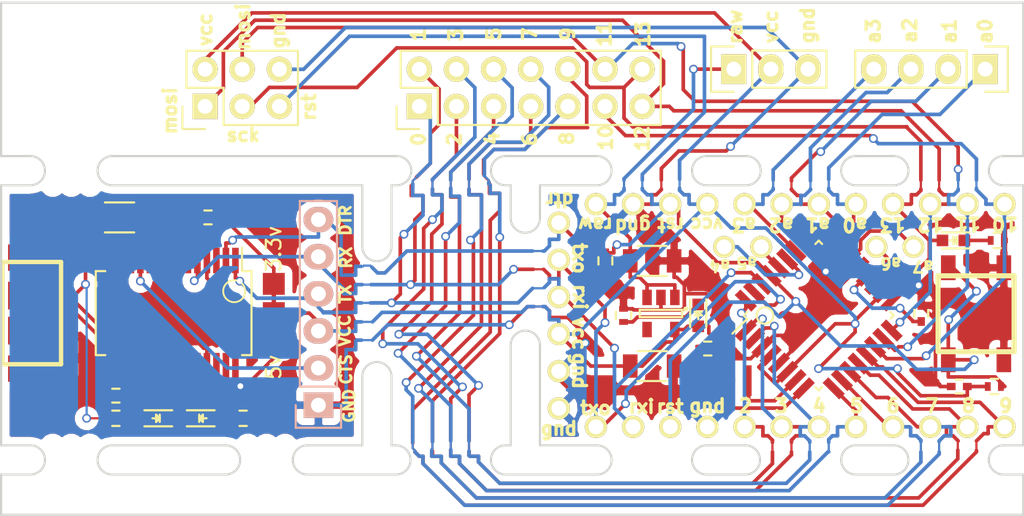
<source format=kicad_pcb>
(kicad_pcb (version 4) (host pcbnew 4.0.0-stable)
  (layers (0 F.Cu signal) (31 B.Cu signal) (34 B.Paste user) (35 F.Paste user) (36 B.SilkS user) (37 F.SilkS user) (38 B.Mask user) (39 F.Mask user) (44 Edge.Cuts user))
  (net 0 "")
  (net 1 "Net-(C1-Pad1)")
  (net 2 /GND)
  (net 3 /RESET)
  (net 4 /DTR)
  (net 5 /VCC)
  (net 6 +3V3)
  (net 7 /GNDP)
  (net 8 +5V)
  (net 9 /RAW)
  (net 10 "Net-(LED1-Pad1)")
  (net 11 /SCK)
  (net 12 "Net-(LED2-Pad1)")
  (net 13 "Net-(LED3-Pad2)")
  (net 14 /TXLED)
  (net 15 "Net-(LED4-Pad2)")
  (net 16 /RXLED)
  (net 17 /POWER)
  (net 18 /D-)
  (net 19 /D+)
  (net 20 "Net-(P1-Pad4)")
  (net 21 /CTS)
  (net 22 /TXO)
  (net 23 /RXI)
  (net 24 /D2)
  (net 25 /D3)
  (net 26 /D4)
  (net 27 /D5)
  (net 28 /D6)
  (net 29 /D7)
  (net 30 /D8)
  (net 31 /D9)
  (net 32 /A3)
  (net 33 /A2)
  (net 34 /A1)
  (net 35 /A0)
  (net 36 /MISO)
  (net 37 /MOSI)
  (net 38 /D10)
  (net 39 /A4)
  (net 40 /A5)
  (net 41 /A6)
  (net 42 /A7)
  (net 43 "Net-(Q1-Pad1)")
  (net 44 "Net-(U2-Pad4)")
  (net 45 "Net-(U3-Pad3)")
  (net 46 "Net-(U3-Pad6)")
  (net 47 "Net-(U3-Pad9)")
  (net 48 "Net-(U3-Pad10)")
  (net 49 "Net-(U3-Pad12)")
  (net 50 "Net-(U3-Pad13)")
  (net 51 "Net-(U3-Pad14)")
  (net 52 "Net-(U3-Pad19)")
  (net 53 "Net-(U3-Pad27)")
  (net 54 "Net-(U3-Pad28)")
  (net 55 "Net-(Q1-Pad3)")
  (net 56 /TXOP)
  (net 57 /RXIP)
  (module Pin_Headers:Pin_Header_Straight_1x06 (layer B.Cu) (at 104.25 128.65)
    (fp_text reference P2 hide)
    (fp_text value CONN_01X06 hide)
    (pad 1 thru_hole rect (at 0 0) (size 2.032 1.7272) (drill 1.016) (layers *.Cu *.Mask B.SilkS) (net 7 /GNDP))
    (pad 2 thru_hole oval (at 0 -2.54) (size 2.032 1.7272) (drill 1.016) (layers *.Cu *.Mask B.SilkS) (net 21 /CTS))
    (pad 3 thru_hole oval (at 0 -5.08) (size 2.032 1.7272) (drill 1.016) (layers *.Cu *.Mask B.SilkS) (net 17 /POWER))
    (pad 4 thru_hole oval (at 0 -7.62) (size 2.032 1.7272) (drill 1.016) (layers *.Cu *.Mask B.SilkS) (net 56 /TXOP))
    (pad 5 thru_hole oval (at 0 -10.16) (size 2.032 1.7272) (drill 1.016) (layers *.Cu *.Mask B.SilkS) (net 57 /RXIP))
    (pad 6 thru_hole oval (at 0 -12.7) (size 2.032 1.7272) (drill 1.016) (layers *.Cu *.Mask B.SilkS) (net 4 /DTR))
  )
  (module Buttons_Switches_SMD:SW_SPST_EVPBF (layer F.Cu) (at 149.225 122.395 90)
    (fp_text reference S1 hide)
    (fp_text value Reset hide)
    (pad 1 smd rect (at 3.15 -1.9 90) (size 1.7 1) (layers F.Cu F.Paste F.Mask) (net 3 /RESET))
    (pad 1 smd rect (at -3.15 -1.9 90) (size 1.7 1) (layers F.Cu F.Paste F.Mask) (net 3 /RESET))
    (pad 2 smd rect (at -3.15 1.9 90) (size 1.7 1) (layers F.Cu F.Paste F.Mask) (net 2 /GND))
    (pad 2 smd rect (at 3.15 1.9 90) (size 1.7 1) (layers F.Cu F.Paste F.Mask) (net 2 /GND))
  )
  (module Housings_QFP:TQFP-32_7x7mm_Pitch0.8mm (layer F.Cu) (at 138.465 122.515 45)
    (fp_text reference U1 hide)
    (fp_text value ATMEGA328P-A hide)
    (pad 1 smd rect (at -4.25 -2.8 45) (size 1.6 0.55) (layers F.Cu F.Paste F.Mask) (net 25 /D3))
    (pad 2 smd rect (at -4.25 -2 45) (size 1.6 0.55) (layers F.Cu F.Paste F.Mask) (net 26 /D4))
    (pad 3 smd rect (at -4.25 -1.2 45) (size 1.6 0.55) (layers F.Cu F.Paste F.Mask) (net 2 /GND))
    (pad 4 smd rect (at -4.25 -0.4 45) (size 1.6 0.55) (layers F.Cu F.Paste F.Mask) (net 5 /VCC))
    (pad 5 smd rect (at -4.25 0.4 45) (size 1.6 0.55) (layers F.Cu F.Paste F.Mask) (net 2 /GND))
    (pad 6 smd rect (at -4.25 1.2 45) (size 1.6 0.55) (layers F.Cu F.Paste F.Mask) (net 5 /VCC))
    (pad 7 smd rect (at -4.25 2 45) (size 1.6 0.55) (layers F.Cu F.Paste F.Mask) (net 55 "Net-(Q1-Pad3)"))
    (pad 8 smd rect (at -4.25 2.8 45) (size 1.6 0.55) (layers F.Cu F.Paste F.Mask) (net 43 "Net-(Q1-Pad1)"))
    (pad 9 smd rect (at -2.8 4.25 135) (size 1.6 0.55) (layers F.Cu F.Paste F.Mask) (net 27 /D5))
    (pad 10 smd rect (at -2 4.25 135) (size 1.6 0.55) (layers F.Cu F.Paste F.Mask) (net 28 /D6))
    (pad 11 smd rect (at -1.2 4.25 135) (size 1.6 0.55) (layers F.Cu F.Paste F.Mask) (net 29 /D7))
    (pad 12 smd rect (at -0.4 4.25 135) (size 1.6 0.55) (layers F.Cu F.Paste F.Mask) (net 30 /D8))
    (pad 13 smd rect (at 0.4 4.25 135) (size 1.6 0.55) (layers F.Cu F.Paste F.Mask) (net 31 /D9))
    (pad 14 smd rect (at 1.2 4.25 135) (size 1.6 0.55) (layers F.Cu F.Paste F.Mask) (net 38 /D10))
    (pad 15 smd rect (at 2 4.25 135) (size 1.6 0.55) (layers F.Cu F.Paste F.Mask) (net 37 /MOSI))
    (pad 16 smd rect (at 2.8 4.25 135) (size 1.6 0.55) (layers F.Cu F.Paste F.Mask) (net 36 /MISO))
    (pad 17 smd rect (at 4.25 2.8 45) (size 1.6 0.55) (layers F.Cu F.Paste F.Mask) (net 11 /SCK))
    (pad 18 smd rect (at 4.25 2 45) (size 1.6 0.55) (layers F.Cu F.Paste F.Mask) (net 5 /VCC))
    (pad 19 smd rect (at 4.25 1.2 45) (size 1.6 0.55) (layers F.Cu F.Paste F.Mask) (net 41 /A6))
    (pad 20 smd rect (at 4.25 0.4 45) (size 1.6 0.55) (layers F.Cu F.Paste F.Mask) (net 1 "Net-(C1-Pad1)"))
    (pad 21 smd rect (at 4.25 -0.4 45) (size 1.6 0.55) (layers F.Cu F.Paste F.Mask) (net 2 /GND))
    (pad 22 smd rect (at 4.25 -1.2 45) (size 1.6 0.55) (layers F.Cu F.Paste F.Mask) (net 42 /A7))
    (pad 23 smd rect (at 4.25 -2 45) (size 1.6 0.55) (layers F.Cu F.Paste F.Mask) (net 35 /A0))
    (pad 24 smd rect (at 4.25 -2.8 45) (size 1.6 0.55) (layers F.Cu F.Paste F.Mask) (net 34 /A1))
    (pad 25 smd rect (at 2.8 -4.25 135) (size 1.6 0.55) (layers F.Cu F.Paste F.Mask) (net 33 /A2))
    (pad 26 smd rect (at 2 -4.25 135) (size 1.6 0.55) (layers F.Cu F.Paste F.Mask) (net 32 /A3))
    (pad 27 smd rect (at 1.2 -4.25 135) (size 1.6 0.55) (layers F.Cu F.Paste F.Mask) (net 39 /A4))
    (pad 28 smd rect (at 0.4 -4.25 135) (size 1.6 0.55) (layers F.Cu F.Paste F.Mask) (net 40 /A5))
    (pad 29 smd rect (at -0.4 -4.25 135) (size 1.6 0.55) (layers F.Cu F.Paste F.Mask) (net 3 /RESET))
    (pad 30 smd rect (at -1.2 -4.25 135) (size 1.6 0.55) (layers F.Cu F.Paste F.Mask) (net 23 /RXI))
    (pad 31 smd rect (at -2 -4.25 135) (size 1.6 0.55) (layers F.Cu F.Paste F.Mask) (net 22 /TXO))
    (pad 32 smd rect (at -2.8 -4.25 135) (size 1.6 0.55) (layers F.Cu F.Paste F.Mask) (net 24 /D2))
  )
  (module Capacitors_SMD:C_1206 (layer F.Cu) (at 90.65 115.8)
    (fp_text reference C5 hide)
    (fp_text value 10uF hide)
    (pad 1 smd rect (at -1.5 0) (size 1 1.6) (layers F.Cu F.Paste F.Mask) (net 8 +5V))
    (pad 2 smd rect (at 1.5 0) (size 1 1.6) (layers F.Cu F.Paste F.Mask) (net 7 /GNDP))
  )
  (module Capacitors_SMD:C_1206 (layer F.Cu) (at 127.075 125.975)
    (fp_text reference C13 hide)
    (fp_text value 10uF hide)
    (pad 1 smd rect (at -1.5 0) (size 1 1.6) (layers F.Cu F.Paste F.Mask) (net 5 /VCC))
    (pad 2 smd rect (at 1.5 0) (size 1 1.6) (layers F.Cu F.Paste F.Mask) (net 2 /GND))
  )
  (module Capacitors_SMD:C_1206 (layer F.Cu) (at 127.075 118.775)
    (fp_text reference C19 hide)
    (fp_text value 10uF hide)
    (pad 1 smd rect (at -1.5 0) (size 1 1.6) (layers F.Cu F.Paste F.Mask) (net 9 /RAW))
    (pad 2 smd rect (at 1.5 0) (size 1 1.6) (layers F.Cu F.Paste F.Mask) (net 2 /GND))
  )
  (module LEDs:LED-0603 (layer F.Cu) (at 130.225 122.505 270)
    (fp_text reference LED1 hide)
    (fp_text value Red hide)
    (pad 2 smd rect (at 0.7493 0 90) (size 0.79756 0.79756) (layers F.Cu F.Paste F.Mask) (net 5 /VCC))
    (pad 1 smd rect (at -0.7493 0 90) (size 0.79756 0.79756) (layers F.Cu F.Paste F.Mask) (net 10 "Net-(LED1-Pad1)"))
  )
  (module LEDs:LED-0603 (layer F.Cu) (at 147.675 117.375 180)
    (fp_text reference LED2 hide)
    (fp_text value Green hide)
    (pad 2 smd rect (at 0.7493 0) (size 0.79756 0.79756) (layers F.Cu F.Paste F.Mask) (net 11 /SCK))
    (pad 1 smd rect (at -0.7493 0) (size 0.79756 0.79756) (layers F.Cu F.Paste F.Mask) (net 12 "Net-(LED2-Pad1)"))
  )
  (module LEDs:LED-0603 (layer F.Cu) (at 96.35 129.55)
    (fp_text reference LED3 hide)
    (fp_text value GREEN hide)
    (pad 2 smd rect (at 0.7493 0 180) (size 0.79756 0.79756) (layers F.Cu F.Paste F.Mask) (net 13 "Net-(LED3-Pad2)"))
    (pad 1 smd rect (at -0.7493 0 180) (size 0.79756 0.79756) (layers F.Cu F.Paste F.Mask) (net 14 /TXLED))
  )
  (module LEDs:LED-0603 (layer F.Cu) (at 93.15 129.55 180)
    (fp_text reference LED4 hide)
    (fp_text value RED hide)
    (pad 2 smd rect (at 0.7493 0) (size 0.79756 0.79756) (layers F.Cu F.Paste F.Mask) (net 15 "Net-(LED4-Pad2)"))
    (pad 1 smd rect (at -0.7493 0) (size 0.79756 0.79756) (layers F.Cu F.Paste F.Mask) (net 16 /RXLED))
  )
  (module Badge_components:Net_tie (layer B.Cu) (at 105.9 128.65)
    (fp_text reference nt1 hide)
    (fp_text value Net-tie hide)
    (fp_line (start -0.25 0) (end 0.25 0) (layer B.Cu) (width 0.3))
    (pad 1 smd circle (at -0.25 0) (size 0.3 0.3) (layers B.Cu) (net 7 /GNDP))
    (pad 2 smd circle (at 0.25 0) (size 0.3 0.3) (layers B.Cu) (net 2 /GND))
  )
  (module Badge_components:Net_tie (layer B.Cu) (at 105.9 123.6)
    (fp_text reference nt2 hide)
    (fp_text value Net-tie hide)
    (fp_line (start -0.25 0) (end 0.25 0) (layer B.Cu) (width 0.3))
    (pad 1 smd circle (at -0.25 0) (size 0.3 0.3) (layers B.Cu) (net 17 /POWER))
    (pad 2 smd circle (at 0.25 0) (size 0.3 0.3) (layers B.Cu) (net 5 /VCC))
  )
  (module ArduProMiniTKB:ArduProMini (layer F.Cu) (at 116.879 132.674 90)
    (fp_text reference P3 hide)
    (fp_text value ARDUPROMINI hide)
    (pad 1 thru_hole circle (at 3.81 3.81 90) (size 1.524 1.524) (drill 1.016) (layers *.Cu *.Mask F.SilkS) (net 2 /GND))
    (pad 2 thru_hole circle (at 6.35 3.81 90) (size 1.524 1.524) (drill 1.016) (layers *.Cu *.Mask F.SilkS) (net 2 /GND))
    (pad 3 thru_hole circle (at 8.89 3.81 90) (size 1.524 1.524) (drill 1.016) (layers *.Cu *.Mask F.SilkS) (net 5 /VCC))
    (pad 4 thru_hole circle (at 11.43 3.81 90) (size 1.524 1.524) (drill 1.016) (layers *.Cu *.Mask F.SilkS) (net 23 /RXI))
    (pad 5 thru_hole circle (at 13.97 3.81 90) (size 1.524 1.524) (drill 1.016) (layers *.Cu *.Mask F.SilkS) (net 22 /TXO))
    (pad 6 thru_hole circle (at 16.51 3.81 90) (size 1.524 1.524) (drill 1.016) (layers *.Cu *.Mask F.SilkS) (net 4 /DTR))
    (pad 7 thru_hole circle (at 2.54 6.35 90) (size 1.524 1.524) (drill 1.016) (layers *.Cu *.Mask F.SilkS) (net 22 /TXO))
    (pad 8 thru_hole circle (at 2.54 8.89 90) (size 1.524 1.524) (drill 1.016) (layers *.Cu *.Mask F.SilkS) (net 23 /RXI))
    (pad 9 thru_hole circle (at 2.54 11.43 90) (size 1.524 1.524) (drill 1.016) (layers *.Cu *.Mask F.SilkS) (net 3 /RESET))
    (pad 10 thru_hole circle (at 2.54 13.97 90) (size 1.524 1.524) (drill 1.016) (layers *.Cu *.Mask F.SilkS) (net 2 /GND))
    (pad 11 thru_hole circle (at 2.54 16.51 90) (size 1.524 1.524) (drill 1.016) (layers *.Cu *.Mask F.SilkS) (net 24 /D2))
    (pad 12 thru_hole circle (at 2.54 19.05 90) (size 1.524 1.524) (drill 1.016) (layers *.Cu *.Mask F.SilkS) (net 25 /D3))
    (pad 13 thru_hole circle (at 2.54 21.59 90) (size 1.524 1.524) (drill 1.016) (layers *.Cu *.Mask F.SilkS) (net 26 /D4))
    (pad 14 thru_hole circle (at 2.54 24.13 90) (size 1.524 1.524) (drill 1.016) (layers *.Cu *.Mask F.SilkS) (net 27 /D5))
    (pad 15 thru_hole circle (at 2.54 26.67 90) (size 1.524 1.524) (drill 1.016) (layers *.Cu *.Mask F.SilkS) (net 28 /D6))
    (pad 16 thru_hole circle (at 2.54 29.21 90) (size 1.524 1.524) (drill 1.016) (layers *.Cu *.Mask F.SilkS) (net 29 /D7))
    (pad 17 thru_hole circle (at 2.54 31.75 90) (size 1.524 1.524) (drill 1.016) (layers *.Cu *.Mask F.SilkS) (net 30 /D8))
    (pad 18 thru_hole circle (at 2.54 34.29 90) (size 1.524 1.524) (drill 1.016) (layers *.Cu *.Mask F.SilkS) (net 31 /D9))
    (pad 19 thru_hole circle (at 17.78 6.35 90) (size 1.524 1.524) (drill 1.016) (layers *.Cu *.Mask F.SilkS) (net 9 /RAW))
    (pad 20 thru_hole circle (at 17.78 8.89 90) (size 1.524 1.524) (drill 1.016) (layers *.Cu *.Mask F.SilkS) (net 2 /GND))
    (pad 21 thru_hole circle (at 17.78 11.43 90) (size 1.524 1.524) (drill 1.016) (layers *.Cu *.Mask F.SilkS) (net 3 /RESET))
    (pad 22 thru_hole circle (at 17.78 13.97 90) (size 1.524 1.524) (drill 1.016) (layers *.Cu *.Mask F.SilkS) (net 5 /VCC))
    (pad 23 thru_hole circle (at 17.78 16.51 90) (size 1.524 1.524) (drill 1.016) (layers *.Cu *.Mask F.SilkS) (net 32 /A3))
    (pad 24 thru_hole circle (at 17.78 19.05 90) (size 1.524 1.524) (drill 1.016) (layers *.Cu *.Mask F.SilkS) (net 33 /A2))
    (pad 25 thru_hole circle (at 17.78 21.59 90) (size 1.524 1.524) (drill 1.016) (layers *.Cu *.Mask F.SilkS) (net 34 /A1))
    (pad 26 thru_hole circle (at 17.78 24.13 90) (size 1.524 1.524) (drill 1.016) (layers *.Cu *.Mask F.SilkS) (net 35 /A0))
    (pad 27 thru_hole circle (at 17.78 26.67 90) (size 1.524 1.524) (drill 1.016) (layers *.Cu *.Mask F.SilkS) (net 11 /SCK))
    (pad 28 thru_hole circle (at 17.78 29.21 90) (size 1.524 1.524) (drill 1.016) (layers *.Cu *.Mask F.SilkS) (net 36 /MISO))
    (pad 29 thru_hole circle (at 17.78 31.75 90) (size 1.524 1.524) (drill 1.016) (layers *.Cu *.Mask F.SilkS) (net 37 /MOSI))
    (pad 30 thru_hole circle (at 17.78 34.29 90) (size 1.524 1.524) (drill 1.016) (layers *.Cu *.Mask F.SilkS) (net 38 /D10))
    (pad 31 thru_hole circle (at 14.859 15.113 90) (size 1.5 1.5) (drill 1.016) (layers *.Cu *.Mask F.SilkS) (net 39 /A4))
    (pad 32 thru_hole circle (at 14.859 17.653 90) (size 1.5 1.5) (drill 1.016) (layers *.Cu *.Mask F.SilkS) (net 40 /A5))
    (pad 34 thru_hole circle (at 14.859 25.527 90) (size 1.5 1.5) (drill 1.016) (layers *.Cu *.Mask F.SilkS) (net 41 /A6))
    (pad 35 thru_hole circle (at 14.859 28.067 90) (size 1.5 1.5) (drill 1.016) (layers *.Cu *.Mask F.SilkS) (net 42 /A7))
  )
  (module Badge_components:SMD_Resonator (layer F.Cu) (at 132.475 126.975)
    (fp_text reference Q1 hide)
    (fp_text value Resonator hide)
    (pad 2 smd rect (at 0 0) (size 0.4 2.1) (layers F.Cu F.Paste F.Mask) (net 2 /GND))
    (pad 3 smd rect (at 1.2 0) (size 0.4 2.1) (layers F.Cu F.Paste F.Mask) (net 55 "Net-(Q1-Pad3)"))
    (pad 1 smd rect (at -1.2 0) (size 0.4 2.1) (layers F.Cu F.Paste F.Mask) (net 43 "Net-(Q1-Pad1)"))
  )
  (module TO_SOT_Packages_SMD:SOT-23-5 (layer F.Cu) (at 127.675 122.375 270)
    (fp_text reference U2 hide)
    (fp_text value MIC5205 hide)
    (pad 1 smd rect (at -1.1 -0.95 270) (size 1.06 0.65) (layers F.Cu F.Paste F.Mask) (net 9 /RAW))
    (pad 2 smd rect (at -1.1 0 270) (size 1.06 0.65) (layers F.Cu F.Paste F.Mask) (net 2 /GND))
    (pad 3 smd rect (at -1.1 0.95 270) (size 1.06 0.65) (layers F.Cu F.Paste F.Mask) (net 9 /RAW))
    (pad 4 smd rect (at 1.1 0.95 270) (size 1.06 0.65) (layers F.Cu F.Paste F.Mask) (net 44 "Net-(U2-Pad4)"))
    (pad 5 smd rect (at 1.1 -0.95 270) (size 1.06 0.65) (layers F.Cu F.Paste F.Mask) (net 5 /VCC))
  )
  (module Capacitors_SMD:C_0402 (layer F.Cu) (at 145.475 122.375 90)
    (fp_text reference C1 hide)
    (fp_text value 0.1uF hide)
    (pad 1 smd rect (at -0.55 0 90) (size 0.6 0.5) (layers F.Cu F.Paste F.Mask) (net 1 "Net-(C1-Pad1)"))
    (pad 2 smd rect (at 0.55 0 90) (size 0.6 0.5) (layers F.Cu F.Paste F.Mask) (net 2 /GND))
  )
  (module Capacitors_SMD:C_0402 (layer F.Cu) (at 123.875 118.775 270)
    (fp_text reference C2 hide)
    (fp_text value 0.1uF hide)
    (pad 1 smd rect (at -0.55 0 270) (size 0.6 0.5) (layers F.Cu F.Paste F.Mask) (net 3 /RESET))
    (pad 2 smd rect (at 0.55 0 270) (size 0.6 0.5) (layers F.Cu F.Paste F.Mask) (net 4 /DTR))
  )
  (module Capacitors_SMD:C_0402 (layer F.Cu) (at 130.875 124.775 180)
    (fp_text reference C3 hide)
    (fp_text value 0.1uF hide)
    (pad 1 smd rect (at -0.55 0 180) (size 0.6 0.5) (layers F.Cu F.Paste F.Mask) (net 5 /VCC))
    (pad 2 smd rect (at 0.55 0 180) (size 0.6 0.5) (layers F.Cu F.Paste F.Mask) (net 2 /GND))
  )
  (module Capacitors_SMD:C_0402 (layer F.Cu) (at 96.7 115.8 180)
    (fp_text reference C4 hide)
    (fp_text value 0.1uF hide)
    (pad 1 smd rect (at -0.55 0 180) (size 0.6 0.5) (layers F.Cu F.Paste F.Mask) (net 6 +3V3))
    (pad 2 smd rect (at 0.55 0 180) (size 0.6 0.5) (layers F.Cu F.Paste F.Mask) (net 7 /GNDP))
  )
  (module Capacitors_SMD:C_0402 (layer F.Cu) (at 90.4 128 180)
    (fp_text reference C6 hide)
    (fp_text value 0.1uF hide)
    (pad 1 smd rect (at -0.55 0 180) (size 0.6 0.5) (layers F.Cu F.Paste F.Mask) (net 8 +5V))
    (pad 2 smd rect (at 0.55 0 180) (size 0.6 0.5) (layers F.Cu F.Paste F.Mask) (net 7 /GNDP))
  )
  (module Capacitors_SMD:C_0402 (layer F.Cu) (at 148.075 127.375 180)
    (fp_text reference C10 hide)
    (fp_text value 0.1uF hide)
    (pad 1 smd rect (at -0.55 0 180) (size 0.6 0.5) (layers F.Cu F.Paste F.Mask) (net 5 /VCC))
    (pad 2 smd rect (at 0.55 0 180) (size 0.6 0.5) (layers F.Cu F.Paste F.Mask) (net 2 /GND))
  )
  (module Resistors_SMD:R_0402 (layer F.Cu) (at 150.475 127.375)
    (fp_text reference R2 hide)
    (fp_text value 10k hide)
    (pad 1 smd rect (at -0.45 0) (size 0.4 0.6) (layers F.Cu F.Paste F.Mask) (net 5 /VCC))
    (pad 2 smd rect (at 0.45 0) (size 0.4 0.6) (layers F.Cu F.Paste F.Mask) (net 3 /RESET))
  )
  (module Resistors_SMD:R_0402 (layer F.Cu) (at 99.1 129.55 180)
    (fp_text reference R5 hide)
    (fp_text value 1K hide)
    (pad 1 smd rect (at -0.45 0 180) (size 0.4 0.6) (layers F.Cu F.Paste F.Mask) (net 8 +5V))
    (pad 2 smd rect (at 0.45 0 180) (size 0.4 0.6) (layers F.Cu F.Paste F.Mask) (net 13 "Net-(LED3-Pad2)"))
  )
  (module Resistors_SMD:R_0402 (layer F.Cu) (at 150.675 117.375 180)
    (fp_text reference R6 hide)
    (fp_text value 330 hide)
    (pad 1 smd rect (at -0.45 0 180) (size 0.4 0.6) (layers F.Cu F.Paste F.Mask) (net 2 /GND))
    (pad 2 smd rect (at 0.45 0 180) (size 0.4 0.6) (layers F.Cu F.Paste F.Mask) (net 12 "Net-(LED2-Pad1)"))
  )
  (module Resistors_SMD:R_0402 (layer F.Cu) (at 90.4 129.55)
    (fp_text reference R7 hide)
    (fp_text value 1K hide)
    (pad 1 smd rect (at -0.45 0) (size 0.4 0.6) (layers F.Cu F.Paste F.Mask) (net 8 +5V))
    (pad 2 smd rect (at 0.45 0) (size 0.4 0.6) (layers F.Cu F.Paste F.Mask) (net 15 "Net-(LED4-Pad2)"))
  )
  (module Resistors_SMD:R_0402 (layer F.Cu) (at 125.115 122.505 270)
    (fp_text reference R11 hide)
    (fp_text value 10k hide)
    (pad 1 smd rect (at -0.45 0 270) (size 0.4 0.6) (layers F.Cu F.Paste F.Mask) (net 2 /GND))
    (pad 2 smd rect (at 0.45 0 270) (size 0.4 0.6) (layers F.Cu F.Paste F.Mask) (net 10 "Net-(LED1-Pad1)"))
  )
  (module Badge_components:Solder_Link (layer F.Cu) (at 101.2 122.35 90)
    (fp_text reference SL1 hide)
    (fp_text value Solder_Link hide)
    (fp_line (start 0 0) (end 2 0) (layer F.Cu) (width 0.3))
    (fp_text user 3.3v (at 4.4 0 90) (layer F.SilkS))
    (fp_text user 5v (at -3.7 0 90) (layer F.SilkS))
    (pad 1 smd rect (at 0 0 90) (size 1.5 1.5) (layers F.Cu F.Paste F.Mask) (net 17 /POWER))
    (pad 2 smd rect (at 2 0 90) (size 1.5 1.5) (layers F.Cu F.Paste F.Mask) (net 6 +3V3))
    (pad 3 smd rect (at -2 0 90) (size 1.5 1.5) (layers F.Cu F.Paste F.Mask) (net 8 +5V))
  )
  (module Pin_Headers:Pin_Header_Straight_2x03 (layer F.Cu) (at 96.5 108.2 90)
    (fp_text reference P4 hide)
    (fp_text value CONN_02X03 hide)
    (pad 1 thru_hole rect (at 0 0 90) (size 1.7272 1.7272) (drill 1.016) (layers *.Cu *.Mask F.SilkS) (net 36 /MISO))
    (pad 2 thru_hole oval (at 2.54 0 90) (size 1.7272 1.7272) (drill 1.016) (layers *.Cu *.Mask F.SilkS) (net 5 /VCC))
    (pad 3 thru_hole oval (at 0 2.54 90) (size 1.7272 1.7272) (drill 1.016) (layers *.Cu *.Mask F.SilkS) (net 11 /SCK))
    (pad 4 thru_hole oval (at 2.54 2.54 90) (size 1.7272 1.7272) (drill 1.016) (layers *.Cu *.Mask F.SilkS) (net 37 /MOSI))
    (pad 5 thru_hole oval (at 0 5.08 90) (size 1.7272 1.7272) (drill 1.016) (layers *.Cu *.Mask F.SilkS) (net 3 /RESET))
    (pad 6 thru_hole oval (at 2.54 5.08 90) (size 1.7272 1.7272) (drill 1.016) (layers *.Cu *.Mask F.SilkS) (net 2 /GND))
  )
  (module Pin_Headers:Pin_Header_Straight_1x03 (layer F.Cu) (at 132.65 105.65 90)
    (fp_text reference P5 hide)
    (fp_text value CONN_01X03 hide)
    (pad 1 thru_hole rect (at 0 0 90) (size 2.032 1.7272) (drill 1.016) (layers *.Cu *.Mask F.SilkS) (net 9 /RAW))
    (pad 2 thru_hole oval (at 0 2.54 90) (size 2.032 1.7272) (drill 1.016) (layers *.Cu *.Mask F.SilkS) (net 5 /VCC))
    (pad 3 thru_hole oval (at 0 5.08 90) (size 2.032 1.7272) (drill 1.016) (layers *.Cu *.Mask F.SilkS) (net 2 /GND))
  )
  (module Pin_Headers:Pin_Header_Straight_2x07 (layer F.Cu) (at 111.15 108.2 90)
    (fp_text reference P7 hide)
    (fp_text value CONN_02X07 hide)
    (pad 1 thru_hole rect (at 0 0 90) (size 1.7272 1.7272) (drill 1.016) (layers *.Cu *.Mask F.SilkS) (net 23 /RXI))
    (pad 2 thru_hole oval (at 2.54 0 90) (size 1.7272 1.7272) (drill 1.016) (layers *.Cu *.Mask F.SilkS) (net 22 /TXO))
    (pad 3 thru_hole oval (at 0 2.54 90) (size 1.7272 1.7272) (drill 1.016) (layers *.Cu *.Mask F.SilkS) (net 24 /D2))
    (pad 4 thru_hole oval (at 2.54 2.54 90) (size 1.7272 1.7272) (drill 1.016) (layers *.Cu *.Mask F.SilkS) (net 25 /D3))
    (pad 5 thru_hole oval (at 0 5.08 90) (size 1.7272 1.7272) (drill 1.016) (layers *.Cu *.Mask F.SilkS) (net 26 /D4))
    (pad 6 thru_hole oval (at 2.54 5.08 90) (size 1.7272 1.7272) (drill 1.016) (layers *.Cu *.Mask F.SilkS) (net 27 /D5))
    (pad 7 thru_hole oval (at 0 7.62 90) (size 1.7272 1.7272) (drill 1.016) (layers *.Cu *.Mask F.SilkS) (net 28 /D6))
    (pad 8 thru_hole oval (at 2.54 7.62 90) (size 1.7272 1.7272) (drill 1.016) (layers *.Cu *.Mask F.SilkS) (net 29 /D7))
    (pad 9 thru_hole oval (at 0 10.16 90) (size 1.7272 1.7272) (drill 1.016) (layers *.Cu *.Mask F.SilkS) (net 30 /D8))
    (pad 10 thru_hole oval (at 2.54 10.16 90) (size 1.7272 1.7272) (drill 1.016) (layers *.Cu *.Mask F.SilkS) (net 31 /D9))
    (pad 11 thru_hole oval (at 0 12.7 90) (size 1.7272 1.7272) (drill 1.016) (layers *.Cu *.Mask F.SilkS) (net 38 /D10))
    (pad 12 thru_hole oval (at 2.54 12.7 90) (size 1.7272 1.7272) (drill 1.016) (layers *.Cu *.Mask F.SilkS) (net 37 /MOSI))
    (pad 13 thru_hole oval (at 0 15.24 90) (size 1.7272 1.7272) (drill 1.016) (layers *.Cu *.Mask F.SilkS) (net 36 /MISO))
    (pad 14 thru_hole oval (at 2.54 15.24 90) (size 1.7272 1.7272) (drill 1.016) (layers *.Cu *.Mask F.SilkS) (net 11 /SCK))
  )
  (module Pin_Headers:Pin_Header_Straight_1x04 (layer F.Cu) (at 149.85 105.65 270)
    (fp_text reference P6 hide)
    (fp_text value CONN_01X04 hide)
    (pad 1 thru_hole rect (at 0 0 270) (size 2.032 1.7272) (drill 1.016) (layers *.Cu *.Mask F.SilkS) (net 35 /A0))
    (pad 2 thru_hole oval (at 0 2.54 270) (size 2.032 1.7272) (drill 1.016) (layers *.Cu *.Mask F.SilkS) (net 34 /A1))
    (pad 3 thru_hole oval (at 0 5.08 270) (size 2.032 1.7272) (drill 1.016) (layers *.Cu *.Mask F.SilkS) (net 33 /A2))
    (pad 4 thru_hole oval (at 0 7.62 270) (size 2.032 1.7272) (drill 1.016) (layers *.Cu *.Mask F.SilkS) (net 32 /A3))
  )
  (module Badge_components:USB_Micro-B_SMD (layer F.Cu) (at 86.65 122.35 270)
    (fp_text reference P1 hide)
    (fp_text value MICRO_USB_B hide)
    (pad 5 smd rect (at -1.2 2.675 270) (size 1.9 1.9) (layers F.Cu F.Paste F.Mask) (net 7 /GNDP))
    (pad 5 smd rect (at 1.2 2.675 270) (size 1.9 1.9) (layers F.Cu F.Paste F.Mask) (net 7 /GNDP))
    (pad 5 smd rect (at -3.8 2.675 270) (size 1.8 1.9) (layers F.Cu F.Paste F.Mask) (net 7 /GNDP))
    (pad 5 smd rect (at 3.8 2.675 270) (size 1.8 1.9) (layers F.Cu F.Paste F.Mask) (net 7 /GNDP))
    (pad 5 smd rect (at 3.1 0.125 270) (size 2.1 1.6) (layers F.Cu F.Paste F.Mask) (net 7 /GNDP))
    (pad 1 smd rect (at -1.3 0) (size 1.35 0.4) (layers F.Cu F.Paste F.Mask) (net 8 +5V))
    (pad 2 smd rect (at -0.65 0) (size 1.35 0.4) (layers F.Cu F.Paste F.Mask) (net 18 /D-))
    (pad 3 smd rect (at -0.0009 0) (size 1.35 0.4) (layers F.Cu F.Paste F.Mask) (net 19 /D+))
    (pad 4 smd rect (at 0.65 0) (size 1.35 0.4) (layers F.Cu F.Paste F.Mask) (net 20 "Net-(P1-Pad4)"))
    (pad 5 smd rect (at 1.3 0) (size 1.35 0.4) (layers F.Cu F.Paste F.Mask) (net 7 /GNDP))
    (pad 5 smd rect (at -3.1 0.125 270) (size 2.1 1.6) (layers F.Cu F.Paste F.Mask) (net 7 /GNDP))
  )
  (module Housings_SSOP:SSOP-28_5.3x10.2mm_Pitch0.65mm (layer F.Cu) (at 94.35 122.35 270)
    (fp_text reference U3 hide)
    (fp_text value FT232RLSSOP hide)
    (pad 1 smd rect (at -3.6 -4.225 270) (size 1.75 0.45) (layers F.Cu F.Paste F.Mask) (net 56 /TXOP))
    (pad 2 smd rect (at -3.6 -3.575 270) (size 1.75 0.45) (layers F.Cu F.Paste F.Mask) (net 4 /DTR))
    (pad 3 smd rect (at -3.6 -2.925 270) (size 1.75 0.45) (layers F.Cu F.Paste F.Mask) (net 45 "Net-(U3-Pad3)"))
    (pad 4 smd rect (at -3.6 -2.275 270) (size 1.75 0.45) (layers F.Cu F.Paste F.Mask) (net 17 /POWER))
    (pad 5 smd rect (at -3.6 -1.625 270) (size 1.75 0.45) (layers F.Cu F.Paste F.Mask) (net 57 /RXIP))
    (pad 6 smd rect (at -3.6 -0.975 270) (size 1.75 0.45) (layers F.Cu F.Paste F.Mask) (net 46 "Net-(U3-Pad6)"))
    (pad 7 smd rect (at -3.6 -0.325 270) (size 1.75 0.45) (layers F.Cu F.Paste F.Mask) (net 7 /GNDP))
    (pad 8 smd rect (at -3.6 0.325 270) (size 1.75 0.45) (layers F.Cu F.Paste F.Mask))
    (pad 9 smd rect (at -3.6 0.975 270) (size 1.75 0.45) (layers F.Cu F.Paste F.Mask) (net 47 "Net-(U3-Pad9)"))
    (pad 10 smd rect (at -3.6 1.625 270) (size 1.75 0.45) (layers F.Cu F.Paste F.Mask) (net 48 "Net-(U3-Pad10)"))
    (pad 11 smd rect (at -3.6 2.275 270) (size 1.75 0.45) (layers F.Cu F.Paste F.Mask) (net 21 /CTS))
    (pad 12 smd rect (at -3.6 2.925 270) (size 1.75 0.45) (layers F.Cu F.Paste F.Mask) (net 49 "Net-(U3-Pad12)"))
    (pad 13 smd rect (at -3.6 3.575 270) (size 1.75 0.45) (layers F.Cu F.Paste F.Mask) (net 50 "Net-(U3-Pad13)"))
    (pad 14 smd rect (at -3.6 4.225 270) (size 1.75 0.45) (layers F.Cu F.Paste F.Mask) (net 51 "Net-(U3-Pad14)"))
    (pad 15 smd rect (at 3.6 4.225 270) (size 1.75 0.45) (layers F.Cu F.Paste F.Mask) (net 19 /D+))
    (pad 16 smd rect (at 3.6 3.575 270) (size 1.75 0.45) (layers F.Cu F.Paste F.Mask) (net 18 /D-))
    (pad 17 smd rect (at 3.6 2.925 270) (size 1.75 0.45) (layers F.Cu F.Paste F.Mask) (net 6 +3V3))
    (pad 18 smd rect (at 3.6 2.275 270) (size 1.75 0.45) (layers F.Cu F.Paste F.Mask) (net 7 /GNDP))
    (pad 19 smd rect (at 3.6 1.625 270) (size 1.75 0.45) (layers F.Cu F.Paste F.Mask) (net 52 "Net-(U3-Pad19)"))
    (pad 20 smd rect (at 3.6 0.975 270) (size 1.75 0.45) (layers F.Cu F.Paste F.Mask) (net 8 +5V))
    (pad 21 smd rect (at 3.6 0.325 270) (size 1.75 0.45) (layers F.Cu F.Paste F.Mask) (net 7 /GNDP))
    (pad 22 smd rect (at 3.6 -0.325 270) (size 1.75 0.45) (layers F.Cu F.Paste F.Mask) (net 16 /RXLED))
    (pad 23 smd rect (at 3.6 -0.975 270) (size 1.75 0.45) (layers F.Cu F.Paste F.Mask) (net 14 /TXLED))
    (pad 24 smd rect (at 3.6 -1.625 270) (size 1.75 0.45) (layers F.Cu F.Paste F.Mask))
    (pad 25 smd rect (at 3.6 -2.275 270) (size 1.75 0.45) (layers F.Cu F.Paste F.Mask) (net 7 /GNDP))
    (pad 26 smd rect (at 3.6 -2.925 270) (size 1.75 0.45) (layers F.Cu F.Paste F.Mask) (net 7 /GNDP))
    (pad 27 smd rect (at 3.6 -3.575 270) (size 1.75 0.45) (layers F.Cu F.Paste F.Mask) (net 53 "Net-(U3-Pad27)"))
    (pad 28 smd rect (at 3.6 -4.225 270) (size 1.75 0.45) (layers F.Cu F.Paste F.Mask) (net 54 "Net-(U3-Pad28)"))
  )
  (module Badge_components:tab_routing_holes_3 (layer F.Cu) (at 87.35 131.45)
    (fp_text reference REF** hide)
    (fp_text value tab_routing_holes hide)
    (pad "" np_thru_hole circle (at 0 0) (size 0.6731 0.6731) (drill 0.6731) (layers *.Cu))
    (pad "" np_thru_hole circle (at 1.27 0) (size 0.6731 0.6731) (drill 0.6731) (layers *.Cu))
    (pad "" np_thru_hole circle (at -1.27 0) (size 0.6731 0.6731) (drill 0.6731) (layers *.Cu))
  )
  (module Badge_components:tab_routing_holes_3 (layer F.Cu) (at 100.7 131.45)
    (fp_text reference REF** hide)
    (fp_text value tab_routing_holes hide)
    (pad "" np_thru_hole circle (at 0 0) (size 0.6731 0.6731) (drill 0.6731) (layers *.Cu))
    (pad "" np_thru_hole circle (at 1.27 0) (size 0.6731 0.6731) (drill 0.6731) (layers *.Cu))
    (pad "" np_thru_hole circle (at -1.27 0) (size 0.6731 0.6731) (drill 0.6731) (layers *.Cu))
  )
  (module Badge_components:tab_routing_holes_2 (layer F.Cu) (at 107.5 134.75 90)
    (fp_text reference REF** hide)
    (fp_text value tab_routing_holes hide)
    (pad "" np_thru_hole circle (at -0.635 0 90) (size 0.6731 0.6731) (drill 0.6731) (layers *.Cu))
    (pad "" np_thru_hole circle (at 0.635 0 90) (size 0.6731 0.6731) (drill 0.6731) (layers *.Cu))
  )
  (module Badge_components:tab_routing_holes_4 (layer F.Cu) (at 113.3 131.45)
    (fp_text reference REF** hide)
    (fp_text value tab_routing_holes hide)
    (pad "" np_thru_hole circle (at 0.635 0) (size 0.6731 0.6731) (drill 0.6731) (layers *.Cu))
    (pad "" np_thru_hole circle (at 1.905 0) (size 0.6731 0.6731) (drill 0.6731) (layers *.Cu))
    (pad "" np_thru_hole circle (at -0.635 0) (size 0.6731 0.6731) (drill 0.6731) (layers *.Cu))
    (pad "" np_thru_hole circle (at -1.905 0) (size 0.6731 0.6731) (drill 0.6731) (layers *.Cu))
  )
  (module Badge_components:tab_routing_holes (layer F.Cu) (at 127.05 131.45)
    (fp_text reference REF** hide)
    (fp_text value tab_routing_holes hide)
    (pad "" np_thru_hole circle (at 0 0) (size 0.6731 0.6731) (drill 0.6731) (layers *.Cu))
    (pad "" np_thru_hole circle (at 1.27 0) (size 0.6731 0.6731) (drill 0.6731) (layers *.Cu))
    (pad "" np_thru_hole circle (at -1.27 0) (size 0.6731 0.6731) (drill 0.6731) (layers *.Cu))
    (pad "" np_thru_hole circle (at -2.54 0) (size 0.6731 0.6731) (drill 0.6731) (layers *.Cu))
    (pad "" np_thru_hole circle (at 2.54 0) (size 0.6731 0.6731) (drill 0.6731) (layers *.Cu))
  )
  (module Badge_components:tab_routing_holes (layer F.Cu) (at 137.225 131.45)
    (fp_text reference REF** hide)
    (fp_text value tab_routing_holes hide)
    (pad "" np_thru_hole circle (at 0 0) (size 0.6731 0.6731) (drill 0.6731) (layers *.Cu))
    (pad "" np_thru_hole circle (at 1.27 0) (size 0.6731 0.6731) (drill 0.6731) (layers *.Cu))
    (pad "" np_thru_hole circle (at -1.27 0) (size 0.6731 0.6731) (drill 0.6731) (layers *.Cu))
    (pad "" np_thru_hole circle (at -2.54 0) (size 0.6731 0.6731) (drill 0.6731) (layers *.Cu))
    (pad "" np_thru_hole circle (at 2.54 0) (size 0.6731 0.6731) (drill 0.6731) (layers *.Cu))
  )
  (module Badge_components:tab_routing_holes (layer F.Cu) (at 147.35 131.45)
    (fp_text reference REF** hide)
    (fp_text value tab_routing_holes hide)
    (pad "" np_thru_hole circle (at 0 0) (size 0.6731 0.6731) (drill 0.6731) (layers *.Cu))
    (pad "" np_thru_hole circle (at 1.27 0) (size 0.6731 0.6731) (drill 0.6731) (layers *.Cu))
    (pad "" np_thru_hole circle (at -1.27 0) (size 0.6731 0.6731) (drill 0.6731) (layers *.Cu))
    (pad "" np_thru_hole circle (at -2.54 0) (size 0.6731 0.6731) (drill 0.6731) (layers *.Cu))
    (pad "" np_thru_hole circle (at 2.54 0) (size 0.6731 0.6731) (drill 0.6731) (layers *.Cu))
  )
  (module Badge_components:tab_routing_holes (layer F.Cu) (at 147.35 113.55)
    (fp_text reference REF** hide)
    (fp_text value tab_routing_holes hide)
    (pad "" np_thru_hole circle (at 0 0) (size 0.6731 0.6731) (drill 0.6731) (layers *.Cu))
    (pad "" np_thru_hole circle (at 1.27 0) (size 0.6731 0.6731) (drill 0.6731) (layers *.Cu))
    (pad "" np_thru_hole circle (at -1.27 0) (size 0.6731 0.6731) (drill 0.6731) (layers *.Cu))
    (pad "" np_thru_hole circle (at -2.54 0) (size 0.6731 0.6731) (drill 0.6731) (layers *.Cu))
    (pad "" np_thru_hole circle (at 2.54 0) (size 0.6731 0.6731) (drill 0.6731) (layers *.Cu))
  )
  (module Badge_components:tab_routing_holes (layer F.Cu) (at 137.25 113.55)
    (fp_text reference REF** hide)
    (fp_text value tab_routing_holes hide)
    (pad "" np_thru_hole circle (at 0 0) (size 0.6731 0.6731) (drill 0.6731) (layers *.Cu))
    (pad "" np_thru_hole circle (at 1.27 0) (size 0.6731 0.6731) (drill 0.6731) (layers *.Cu))
    (pad "" np_thru_hole circle (at -1.27 0) (size 0.6731 0.6731) (drill 0.6731) (layers *.Cu))
    (pad "" np_thru_hole circle (at -2.54 0) (size 0.6731 0.6731) (drill 0.6731) (layers *.Cu))
    (pad "" np_thru_hole circle (at 2.54 0) (size 0.6731 0.6731) (drill 0.6731) (layers *.Cu))
  )
  (module Badge_components:tab_routing_holes (layer F.Cu) (at 127.05 113.55)
    (fp_text reference REF** hide)
    (fp_text value tab_routing_holes hide)
    (pad "" np_thru_hole circle (at 0 0) (size 0.6731 0.6731) (drill 0.6731) (layers *.Cu))
    (pad "" np_thru_hole circle (at 1.27 0) (size 0.6731 0.6731) (drill 0.6731) (layers *.Cu))
    (pad "" np_thru_hole circle (at -1.27 0) (size 0.6731 0.6731) (drill 0.6731) (layers *.Cu))
    (pad "" np_thru_hole circle (at -2.54 0) (size 0.6731 0.6731) (drill 0.6731) (layers *.Cu))
    (pad "" np_thru_hole circle (at 2.54 0) (size 0.6731 0.6731) (drill 0.6731) (layers *.Cu))
  )
  (module Badge_components:tab_routing_holes_4 (layer F.Cu) (at 113.3 113.55)
    (fp_text reference REF** hide)
    (fp_text value tab_routing_holes hide)
    (pad "" np_thru_hole circle (at 0.635 0) (size 0.6731 0.6731) (drill 0.6731) (layers *.Cu))
    (pad "" np_thru_hole circle (at 1.905 0) (size 0.6731 0.6731) (drill 0.6731) (layers *.Cu))
    (pad "" np_thru_hole circle (at -0.635 0) (size 0.6731 0.6731) (drill 0.6731) (layers *.Cu))
    (pad "" np_thru_hole circle (at -1.905 0) (size 0.6731 0.6731) (drill 0.6731) (layers *.Cu))
  )
  (module Badge_components:tab_routing_holes_3 (layer F.Cu) (at 87.35 113.55)
    (fp_text reference REF** hide)
    (fp_text value tab_routing_holes hide)
    (pad "" np_thru_hole circle (at 0 0) (size 0.6731 0.6731) (drill 0.6731) (layers *.Cu))
    (pad "" np_thru_hole circle (at 1.27 0) (size 0.6731 0.6731) (drill 0.6731) (layers *.Cu))
    (pad "" np_thru_hole circle (at -1.27 0) (size 0.6731 0.6731) (drill 0.6731) (layers *.Cu))
  )
  (module Badge_components:tab_routing_holes (layer F.Cu) (at 107.5 122.3 90)
    (fp_text reference REF** hide)
    (fp_text value tab_routing_holes hide)
    (pad "" np_thru_hole circle (at 0 0 90) (size 0.6731 0.6731) (drill 0.6731) (layers *.Cu))
    (pad "" np_thru_hole circle (at 1.27 0 90) (size 0.6731 0.6731) (drill 0.6731) (layers *.Cu))
    (pad "" np_thru_hole circle (at -1.27 0 90) (size 0.6731 0.6731) (drill 0.6731) (layers *.Cu))
    (pad "" np_thru_hole circle (at -2.54 0 90) (size 0.6731 0.6731) (drill 0.6731) (layers *.Cu))
    (pad "" np_thru_hole circle (at 2.54 0 90) (size 0.6731 0.6731) (drill 0.6731) (layers *.Cu))
  )
  (module Badge_components:tab_routing_holes (layer F.Cu) (at 119.35 120 90)
    (fp_text reference REF** hide)
    (fp_text value tab_routing_holes hide)
    (pad "" np_thru_hole circle (at 0 0 90) (size 0.6731 0.6731) (drill 0.6731) (layers *.Cu))
    (pad "" np_thru_hole circle (at 1.27 0 90) (size 0.6731 0.6731) (drill 0.6731) (layers *.Cu))
    (pad "" np_thru_hole circle (at -1.27 0 90) (size 0.6731 0.6731) (drill 0.6731) (layers *.Cu))
    (pad "" np_thru_hole circle (at -2.54 0 90) (size 0.6731 0.6731) (drill 0.6731) (layers *.Cu))
    (pad "" np_thru_hole circle (at 2.54 0 90) (size 0.6731 0.6731) (drill 0.6731) (layers *.Cu))
  )
  (module Badge_components:Net_tie (layer B.Cu) (at 104.85 122.3 180)
    (fp_text reference nt3 hide)
    (fp_text value Net-tie hide)
    (fp_line (start -0.25 0) (end 0.25 0) (layer B.Cu) (width 0.3))
    (pad 1 smd circle (at -0.25 0 180) (size 0.3 0.3) (layers B.Cu) (net 23 /RXI))
    (pad 2 smd circle (at 0.25 0 180) (size 0.3 0.3) (layers B.Cu) (net 56 /TXOP))
  )
  (module Badge_components:Net_tie (layer B.Cu) (at 106.25 121 180)
    (fp_text reference nt4 hide)
    (fp_text value Net-tie hide)
    (fp_line (start -0.25 0) (end 0.25 0) (layer B.Cu) (width 0.3))
    (pad 1 smd circle (at -0.25 0 180) (size 0.3 0.3) (layers B.Cu) (net 22 /TXO))
    (pad 2 smd circle (at 0.25 0 180) (size 0.3 0.3) (layers B.Cu) (net 57 /RXIP))
  )
  (gr_text 12 (at 126.4 110.4 90) (layer F.SilkS) (effects (font (size 0.9 0.9) (thickness 0.225))))
  (gr_text 10 (at 123.9 110.35 90) (layer F.SilkS) (effects (font (size 0.9 0.9) (thickness 0.225))))
  (gr_text 8 (at 121.25 110.4 90) (layer F.SilkS) (effects (font (size 0.9 0.9) (thickness 0.225))))
  (gr_text 6 (at 118.7 110.45 90) (layer F.SilkS) (effects (font (size 0.9 0.9) (thickness 0.225))))
  (gr_text 4 (at 116.15 110.4 90) (layer F.SilkS) (effects (font (size 0.9 0.9) (thickness 0.225))))
  (gr_text 2 (at 113.55 110.45 90) (layer F.SilkS) (effects (font (size 0.9 0.9) (thickness 0.225))))
  (gr_text 0 (at 111.1 110.45 90) (layer F.SilkS) (effects (font (size 0.9 0.9) (thickness 0.225))))
  (gr_text 13 (at 126.45 103.25 90) (layer F.SilkS) (effects (font (size 0.9 0.9) (thickness 0.225))))
  (gr_text 11 (at 123.8 103.25 90) (layer F.SilkS) (effects (font (size 0.9 0.9) (thickness 0.225))))
  (gr_text 9 (at 121.3 103.25 90) (layer F.SilkS) (effects (font (size 0.9 0.9) (thickness 0.225))))
  (gr_text 7 (at 118.7 103.25 90) (layer F.SilkS) (effects (font (size 0.9 0.9) (thickness 0.225))))
  (gr_text 5 (at 116.25 103.25 90) (layer F.SilkS) (effects (font (size 0.9 0.9) (thickness 0.225))))
  (gr_text 3 (at 113.65 103.3 90) (layer F.SilkS) (effects (font (size 0.9 0.9) (thickness 0.225))))
  (gr_text 1 (at 111.1 103.3 90) (layer F.SilkS) (effects (font (size 0.9 0.9) (thickness 0.225))))
  (gr_text rst (at 103.6 108.25 90) (layer F.SilkS) (effects (font (size 0.9 0.9) (thickness 0.225))))
  (gr_text sck (at 99.1 110.15) (layer F.SilkS) (effects (font (size 0.9 0.9) (thickness 0.225))))
  (gr_text mosi (at 94.1 108.5 90) (layer F.SilkS) (effects (font (size 0.9 0.9) (thickness 0.225))))
  (gr_text mosi (at 99.1 102.75 90) (layer F.SilkS) (effects (font (size 0.9 0.9) (thickness 0.225))))
  (gr_text gnd (at 101.5 103 90) (layer F.SilkS) (effects (font (size 0.9 0.9) (thickness 0.225))))
  (gr_text "vcc\n" (at 96.5 102.95 90) (layer F.SilkS) (effects (font (size 0.9 0.9) (thickness 0.225))))
  (gr_text a0 (at 149.85 103.05 90) (layer F.SilkS) (effects (font (size 0.9 0.9) (thickness 0.225))))
  (gr_text a1 (at 147.4 103.05 90) (layer F.SilkS) (effects (font (size 0.9 0.9) (thickness 0.225))))
  (gr_text a2 (at 144.7 103 90) (layer F.SilkS) (effects (font (size 0.9 0.9) (thickness 0.225))))
  (gr_text a3 (at 142.2 103.05 90) (layer F.SilkS) (effects (font (size 0.9 0.9) (thickness 0.225))))
  (gr_text gnd (at 137.7 102.65 90) (layer F.SilkS) (effects (font (size 0.9 0.9) (thickness 0.225))))
  (gr_text "vcc\n" (at 135.2 102.75 90) (layer F.SilkS) (effects (font (size 0.9 0.9) (thickness 0.225))))
  (gr_text raw (at 132.75 102.75 90) (layer F.SilkS) (effects (font (size 0.9 0.9) (thickness 0.225))))
  (gr_text a4 (at 131.7 119.1 180) (layer F.SilkS) (effects (font (size 0.75 0.75) (thickness 0.1875))))
  (gr_text a5 (at 133.55 118.9 180) (layer F.SilkS) (effects (font (size 0.75 0.75) (thickness 0.1875))))
  (gr_text a6 (at 143.4 118.95 180) (layer F.SilkS) (effects (font (size 0.75 0.75) (thickness 0.1875))))
  (gr_text a7 (at 145.6 119.15 180) (layer F.SilkS) (effects (font (size 0.75 0.75) (thickness 0.1875))))
  (gr_text dtr (at 120.75 114.6 180) (layer F.SilkS) (effects (font (size 0.9 0.9) (thickness 0.225))))
  (gr_text txo (at 122.1 118.6 270) (layer F.SilkS) (effects (font (size 0.9 0.9) (thickness 0.225))))
  (gr_text rxi (at 122.15 121.25 270) (layer F.SilkS) (effects (font (size 0.9 0.9) (thickness 0.225))))
  (gr_text vcc (at 122.1 123.75 270) (layer F.SilkS) (effects (font (size 0.9 0.9) (thickness 0.225))))
  (gr_text gnd (at 122.1 126.3 270) (layer F.SilkS) (effects (font (size 0.9 0.9) (thickness 0.225))))
  (gr_text gnd (at 120.7 130.25) (layer F.SilkS) (effects (font (size 0.9 0.9) (thickness 0.225))))
  (gr_text txo (at 123.2 128.85) (layer F.SilkS) (effects (font (size 0.9 0.9) (thickness 0.225))))
  (gr_text rxi (at 126.35 128.75) (layer F.SilkS) (effects (font (size 0.9 0.9) (thickness 0.225))))
  (gr_text rst (at 128.3 128.75) (layer F.SilkS) (effects (font (size 0.9 0.9) (thickness 0.225))))
  (gr_text gnd (at 130.85 128.7) (layer F.SilkS) (effects (font (size 0.9 0.9) (thickness 0.225))))
  (gr_text 2 (at 133.45 128.7) (layer F.SilkS) (effects (font (size 0.9 0.9) (thickness 0.225))))
  (gr_text 3 (at 135.9 128.7) (layer F.SilkS) (effects (font (size 0.9 0.9) (thickness 0.225))))
  (gr_text 4 (at 138.5 128.7) (layer F.SilkS) (effects (font (size 0.9 0.9) (thickness 0.225))))
  (gr_text 5 (at 141.05 128.7) (layer F.SilkS) (effects (font (size 0.9 0.9) (thickness 0.225))))
  (gr_text 6 (at 143.55 128.7) (layer F.SilkS) (effects (font (size 0.9 0.9) (thickness 0.225))))
  (gr_text 7 (at 146.2 128.7) (layer F.SilkS) (effects (font (size 0.9 0.9) (thickness 0.225))))
  (gr_text 8 (at 148.7 128.7) (layer F.SilkS) (effects (font (size 0.9 0.9) (thickness 0.225))))
  (gr_text 9 (at 151.25 128.7) (layer F.SilkS) (effects (font (size 0.9 0.9) (thickness 0.225))))
  (gr_text 10 (at 151.2 116.25 180) (layer F.SilkS) (effects (font (size 0.9 0.9) (thickness 0.225))))
  (gr_text 11 (at 148.65 116.25 180) (layer F.SilkS) (effects (font (size 0.9 0.9) (thickness 0.225))))
  (gr_text 12 (at 146.1 116.3 180) (layer F.SilkS) (effects (font (size 0.9 0.9) (thickness 0.225))))
  (gr_text 13 (at 143.5 116.3 180) (layer F.SilkS) (effects (font (size 0.9 0.9) (thickness 0.225))))
  (gr_text a0 (at 140.95 116.3 180) (layer F.SilkS) (effects (font (size 0.9 0.9) (thickness 0.225))))
  (gr_text a1 (at 138.4 116.3 180) (layer F.SilkS) (effects (font (size 0.9 0.9) (thickness 0.225))))
  (gr_text a2 (at 135.9 116.3 180) (layer F.SilkS) (effects (font (size 0.9 0.9) (thickness 0.225))))
  (gr_text a3 (at 133.35 116.3 180) (layer F.SilkS) (effects (font (size 0.9 0.9) (thickness 0.225))))
  (gr_text vcc (at 130.8 116.3 180) (layer F.SilkS) (effects (font (size 0.9 0.9) (thickness 0.225))))
  (gr_text rst (at 128.35 116.3 180) (layer F.SilkS) (effects (font (size 0.9 0.9) (thickness 0.225))))
  (gr_text gnd (at 125.75 116.4 180) (layer F.SilkS) (effects (font (size 0.9 0.9) (thickness 0.225))))
  (gr_text raw (at 123.2 116.3 180) (layer F.SilkS) (effects (font (size 0.9 0.9) (thickness 0.225))))
  (gr_line (start 152.45 111.6) (end 152.45 101.1) (angle 90) (layer Edge.Cuts) (width 0.15))
  (gr_line (start 151.1 111.6) (end 152.45 111.6) (angle 90) (layer Edge.Cuts) (width 0.15))
  (gr_line (start 82.55 101.1) (end 82.55 111.6) (angle 90) (layer Edge.Cuts) (width 0.15))
  (gr_line (start 152.45 101.1) (end 82.55 101.1) (angle 90) (layer Edge.Cuts) (width 0.15))
  (gr_line (start 152.45 136.15) (end 82.55 136.15) (angle 90) (layer Edge.Cuts) (width 0.15))
  (gr_line (start 152.45 133.4) (end 152.45 136.15) (angle 90) (layer Edge.Cuts) (width 0.15))
  (gr_line (start 152.45 133.4) (end 151.1 133.4) (angle 90) (layer Edge.Cuts) (width 0.15))
  (gr_arc (start 90.15 112.6) (end 90.15 111.6) (angle -180) (layer Edge.Cuts) (width 0.15))
  (gr_arc (start 84.55 112.6) (end 84.55 111.6) (angle 180) (layer Edge.Cuts) (width 0.15))
  (gr_line (start 84.55 111.6) (end 82.55 111.6) (angle 90) (layer Edge.Cuts) (width 0.15))
  (gr_line (start 84.55 113.6) (end 82.55 113.6) (angle 90) (layer Edge.Cuts) (width 0.15))
  (gr_line (start 109.25 113.6) (end 109.6 113.6) (angle 90) (layer Edge.Cuts) (width 0.15))
  (gr_arc (start 109.6 112.6) (end 109.6 111.6) (angle 180) (layer Edge.Cuts) (width 0.15))
  (gr_arc (start 117.05 112.6) (end 117.05 111.6) (angle -180) (layer Edge.Cuts) (width 0.15))
  (gr_line (start 117.05 113.6) (end 117.4 113.6) (angle 90) (layer Edge.Cuts) (width 0.15))
  (gr_line (start 109.25 117.8) (end 109.25 113.6) (angle 90) (layer Edge.Cuts) (width 0.15))
  (gr_line (start 109.6 111.6) (end 90.15 111.6) (angle 90) (layer Edge.Cuts) (width 0.15))
  (gr_arc (start 108.25 117.8) (end 109.25 117.8) (angle 180) (layer Edge.Cuts) (width 0.15))
  (gr_line (start 107.25 131.4) (end 107.25 126.7) (angle 90) (layer Edge.Cuts) (width 0.15))
  (gr_arc (start 108.25 126.7) (end 109.25 126.7) (angle -180) (layer Edge.Cuts) (width 0.15))
  (gr_line (start 103.5 133.4) (end 109.55 133.4) (angle 90) (layer Edge.Cuts) (width 0.15))
  (gr_line (start 97.9 133.4) (end 90.15 133.4) (angle 90) (layer Edge.Cuts) (width 0.15))
  (gr_line (start 90.15 131.4) (end 97.9 131.4) (angle 90) (layer Edge.Cuts) (width 0.15))
  (gr_line (start 82.55 133.4) (end 82.55 136.15) (angle 90) (layer Edge.Cuts) (width 0.15))
  (gr_line (start 84.55 133.4) (end 82.55 133.4) (angle 90) (layer Edge.Cuts) (width 0.15))
  (gr_line (start 82.55 131.4) (end 82.55 113.6) (angle 90) (layer Edge.Cuts) (width 0.15))
  (gr_line (start 84.55 131.4) (end 82.55 131.4) (angle 90) (layer Edge.Cuts) (width 0.15))
  (gr_line (start 103.5 131.4) (end 107.25 131.4) (angle 90) (layer Edge.Cuts) (width 0.15))
  (gr_arc (start 84.55 132.4) (end 84.55 131.4) (angle 180) (layer Edge.Cuts) (width 0.15))
  (gr_arc (start 90.15 132.4) (end 90.15 131.4) (angle -180) (layer Edge.Cuts) (width 0.15))
  (gr_arc (start 97.9 132.4) (end 97.9 131.4) (angle 180) (layer Edge.Cuts) (width 0.15))
  (gr_arc (start 103.5 132.4) (end 103.5 131.4) (angle -180) (layer Edge.Cuts) (width 0.15))
  (gr_arc (start 109.55 132.4) (end 109.55 131.4) (angle 180) (layer Edge.Cuts) (width 0.15))
  (gr_line (start 109.25 131.4) (end 109.55 131.4) (angle 90) (layer Edge.Cuts) (width 0.15))
  (gr_line (start 109.25 131.4) (end 109.25 126.7) (angle 90) (layer Edge.Cuts) (width 0.15))
  (gr_line (start 107.25 113.6) (end 107.25 117.8) (angle 90) (layer Edge.Cuts) (width 0.15))
  (gr_line (start 107.25 113.6) (end 90.15 113.6) (angle 90) (layer Edge.Cuts) (width 0.15))
  (gr_line (start 117.4 133.4) (end 117.05 133.4) (angle 90) (layer Edge.Cuts) (width 0.15))
  (gr_line (start 117.05 131.4) (end 117.4 131.4) (angle 90) (layer Edge.Cuts) (width 0.15))
  (gr_arc (start 117.05 132.4) (end 117.05 131.4) (angle -180) (layer Edge.Cuts) (width 0.15))
  (gr_line (start 123.3 111.6) (end 117.1 111.6) (angle 90) (layer Edge.Cuts) (width 0.15))
  (gr_line (start 117.4 115.85) (end 117.4 113.6) (angle 90) (layer Edge.Cuts) (width 0.15))
  (gr_line (start 119.4 115.85) (end 119.4 113.6) (angle 90) (layer Edge.Cuts) (width 0.15))
  (gr_line (start 123.3 113.6) (end 119.4 113.6) (angle 90) (layer Edge.Cuts) (width 0.15))
  (gr_arc (start 123.3 112.6) (end 123.3 111.6) (angle 180) (layer Edge.Cuts) (width 0.15))
  (gr_line (start 152.45 131.4) (end 151.1 131.4) (angle 90) (layer Edge.Cuts) (width 0.15))
  (gr_line (start 152.45 113.6) (end 152.45 131.4) (angle 90) (layer Edge.Cuts) (width 0.15))
  (gr_line (start 151.1 113.6) (end 152.45 113.6) (angle 90) (layer Edge.Cuts) (width 0.15))
  (gr_arc (start 151.1 112.6) (end 151.1 111.6) (angle -180) (layer Edge.Cuts) (width 0.15))
  (gr_line (start 143.6 111.6) (end 141 111.6) (angle 90) (layer Edge.Cuts) (width 0.15))
  (gr_line (start 141 113.6) (end 143.6 113.6) (angle 90) (layer Edge.Cuts) (width 0.15))
  (gr_arc (start 143.6 112.6) (end 143.6 111.6) (angle 180) (layer Edge.Cuts) (width 0.15))
  (gr_arc (start 141 112.6) (end 141 111.6) (angle -180) (layer Edge.Cuts) (width 0.15))
  (gr_line (start 133.5 111.6) (end 130.8 111.6) (angle 90) (layer Edge.Cuts) (width 0.15))
  (gr_line (start 130.8 113.6) (end 133.5 113.6) (angle 90) (layer Edge.Cuts) (width 0.15))
  (gr_arc (start 133.5 112.6) (end 133.5 111.6) (angle 180) (layer Edge.Cuts) (width 0.15))
  (gr_arc (start 130.8 112.6) (end 130.8 111.6) (angle -180) (layer Edge.Cuts) (width 0.15))
  (gr_arc (start 151.1 132.4) (end 151.1 131.4) (angle -180) (layer Edge.Cuts) (width 0.15))
  (gr_arc (start 118.4 115.85) (end 119.4 115.85) (angle 180) (layer Edge.Cuts) (width 0.15))
  (gr_line (start 117.4 124.55) (end 117.4 131.4) (angle 90) (layer Edge.Cuts) (width 0.15))
  (gr_line (start 123.3 133.4) (end 117.4 133.4) (angle 90) (layer Edge.Cuts) (width 0.15))
  (gr_line (start 119.4 124.55) (end 119.4 131.4) (angle 90) (layer Edge.Cuts) (width 0.15))
  (gr_line (start 123.3 131.4) (end 119.4 131.4) (angle 90) (layer Edge.Cuts) (width 0.15))
  (gr_arc (start 118.4 124.55) (end 119.4 124.55) (angle -180) (layer Edge.Cuts) (width 0.15))
  (gr_arc (start 123.3 132.4) (end 123.3 131.4) (angle 180) (layer Edge.Cuts) (width 0.15))
  (gr_line (start 133.45 133.4) (end 130.8 133.4) (angle 90) (layer Edge.Cuts) (width 0.15))
  (gr_line (start 130.8 131.4) (end 133.45 131.4) (angle 90) (layer Edge.Cuts) (width 0.15))
  (gr_arc (start 133.45 132.4) (end 133.45 131.4) (angle 180) (layer Edge.Cuts) (width 0.15))
  (gr_arc (start 130.8 132.4) (end 130.8 131.4) (angle -180) (layer Edge.Cuts) (width 0.15))
  (gr_line (start 141 131.4) (end 143.6 131.4) (angle 90) (layer Edge.Cuts) (width 0.15))
  (gr_line (start 141 133.4) (end 143.6 133.4) (angle 90) (layer Edge.Cuts) (width 0.15))
  (gr_arc (start 141 132.4) (end 141 131.4) (angle -180) (layer Edge.Cuts) (width 0.15))
  (gr_arc (start 143.6 132.4) (end 143.6 131.4) (angle 180) (layer Edge.Cuts) (width 0.15))
  (gr_text DTR (at 106.1 116 90) (layer F.SilkS) (effects (font (size 0.75 0.75) (thickness 0.1875))))
  (gr_text RX (at 106.15 118.55 90) (layer F.SilkS) (effects (font (size 0.75 0.75) (thickness 0.1875))))
  (gr_text TX (at 106.1 121.05 90) (layer F.SilkS) (effects (font (size 0.75 0.75) (thickness 0.1875))))
  (gr_text VCC (at 106.05 123.55 90) (layer F.SilkS) (effects (font (size 0.75 0.75) (thickness 0.1875))))
  (gr_text CTS (at 106.15 126.2 90) (layer F.SilkS) (effects (font (size 0.75 0.75) (thickness 0.1875))))
  (gr_text GND (at 106.35 128.7 90) (layer F.SilkS) (effects (font (size 0.75 0.75) (thickness 0.1875))))
  (via (at 144.0268 122.0123) (size 0.6) (layers F.Cu B.Cu) (net 1))
  (via (at 140.8781 120.7611) (size 0.6) (layers F.Cu B.Cu) (net 1))
  (segment (start 140.8781 120.6675) (end 140.8781 120.7611) (width 0.25) (layer F.Cu) (net 1))
  (segment (start 141.753 119.7926) (end 140.8781 120.6675) (width 0.25) (layer F.Cu) (net 1))
  (segment (start 142.1293 122.0123) (end 140.8781 120.7611) (width 0.25) (layer B.Cu) (net 1))
  (segment (start 144.0268 122.0123) (end 142.1293 122.0123) (width 0.25) (layer B.Cu) (net 1))
  (segment (start 144.8997 122.8852) (end 144.0268 122.0123) (width 0.25) (layer F.Cu) (net 1))
  (segment (start 144.8997 122.925) (end 144.8997 122.8852) (width 0.25) (layer F.Cu) (net 1))
  (segment (start 145.475 122.925) (end 144.8997 122.925) (width 0.25) (layer F.Cu) (net 1))
  (via (at 132.44 110.94) (size 0.6) (drill 0.4) (layers F.Cu B.Cu) (net 2))
  (segment (start 132.44 110.94) (end 137.73 105.65) (width 0.25) (layer B.Cu) (net 2))
  (segment (start 101.58 105.66) (end 103.24 105.66) (width 0.25) (layer B.Cu) (net 2))
  (segment (start 103.24 105.66) (end 106.1 102.8) (width 0.25) (layer B.Cu) (net 2))
  (segment (start 106.1 102.8) (end 134.88 102.8) (width 0.25) (layer B.Cu) (net 2))
  (segment (start 134.88 102.8) (end 137.73 105.65) (width 0.25) (layer B.Cu) (net 2))
  (segment (start 127.7 113.25) (end 127.7 112.45) (width 0.25) (layer F.Cu) (net 2))
  (segment (start 125.769 114.894) (end 127.044 114.894) (width 0.25) (layer F.Cu) (net 2))
  (segment (start 127.7 113.9) (end 127.7 113.85) (width 0.25) (layer F.Cu) (net 2))
  (segment (start 127.35 114.25) (end 127.7 113.9) (width 0.25) (layer F.Cu) (net 2))
  (segment (start 127.05 114.25) (end 127.35 114.25) (width 0.25) (layer F.Cu) (net 2))
  (segment (start 127.05 114.888) (end 127.05 114.25) (width 0.25) (layer F.Cu) (net 2))
  (segment (start 127.044 114.894) (end 127.05 114.888) (width 0.25) (layer F.Cu) (net 2))
  (segment (start 127.7 113.25) (end 127.7 113.85) (width 0.1524) (layer F.Cu) (net 2))
  (segment (start 132.13 111.25) (end 132.44 110.94) (width 0.25) (layer F.Cu) (net 2))
  (segment (start 128.9 111.25) (end 132.13 111.25) (width 0.25) (layer F.Cu) (net 2))
  (segment (start 127.7 112.45) (end 128.9 111.25) (width 0.25) (layer F.Cu) (net 2))
  (segment (start 107.95 124.2) (end 109 123.15) (width 0.25) (layer B.Cu) (net 2))
  (segment (start 106.15 128.65) (end 106.15 124.85) (width 0.25) (layer B.Cu) (net 2))
  (segment (start 106.85 124.2) (end 107.2 124.2) (width 0.25) (layer B.Cu) (net 2))
  (segment (start 106.8 124.25) (end 106.85 124.2) (width 0.25) (layer B.Cu) (net 2))
  (segment (start 106.8 124.85) (end 106.8 124.25) (width 0.25) (layer B.Cu) (net 2))
  (segment (start 106.15 124.85) (end 106.8 124.85) (width 0.25) (layer B.Cu) (net 2))
  (segment (start 107.95 124.2) (end 107.2 124.2) (width 0.1524) (layer B.Cu) (net 2))
  (segment (start 122.5 124.4) (end 120.689 126.211) (width 0.25) (layer B.Cu) (net 2))
  (segment (start 119.75 121.9) (end 119.6 121.9) (width 0.25) (layer F.Cu) (net 2))
  (segment (start 120.05 122.2) (end 119.75 121.9) (width 0.25) (layer F.Cu) (net 2))
  (segment (start 120.05 122.65) (end 120.05 122.2) (width 0.25) (layer F.Cu) (net 2))
  (segment (start 121.3 122.65) (end 120.05 122.65) (width 0.25) (layer F.Cu) (net 2))
  (segment (start 122 123.35) (end 121.3 122.65) (width 0.25) (layer F.Cu) (net 2))
  (segment (start 122 123.9) (end 122 123.35) (width 0.25) (layer F.Cu) (net 2))
  (segment (start 122.5 124.4) (end 122 123.9) (width 0.25) (layer F.Cu) (net 2))
  (via (at 122.5 124.4) (size 0.6) (drill 0.4) (layers F.Cu B.Cu) (net 2))
  (segment (start 119 121.9) (end 119.6 121.9) (width 0.1524) (layer F.Cu) (net 2))
  (segment (start 118.55 121.9) (end 119 121.9) (width 0.25) (layer F.Cu) (net 2))
  (segment (start 117.3 123.15) (end 118.55 121.9) (width 0.25) (layer F.Cu) (net 2))
  (via (at 117.3 123.15) (size 0.6) (drill 0.4) (layers F.Cu B.Cu) (net 2))
  (segment (start 109 123.15) (end 117.3 123.15) (width 0.25) (layer B.Cu) (net 2))
  (segment (start 120.689 126.324) (end 120.689 126.211) (width 0.25) (layer B.Cu) (net 2))
  (segment (start 145.475 121.825) (end 145.475 120.625) (width 0.25) (layer F.Cu) (net 2))
  (segment (start 140.364314 120.05) (end 141.187361 119.226953) (width 0.25) (layer F.Cu) (net 2))
  (segment (start 139.5 120.05) (end 140.364314 120.05) (width 0.25) (layer F.Cu) (net 2))
  (segment (start 138.95 119.5) (end 139.5 120.05) (width 0.25) (layer F.Cu) (net 2))
  (via (at 138.95 119.5) (size 0.6) (drill 0.4) (layers F.Cu B.Cu) (net 2))
  (segment (start 144.35 119.5) (end 138.95 119.5) (width 0.25) (layer B.Cu) (net 2))
  (segment (start 145.3 120.45) (end 144.35 119.5) (width 0.25) (layer B.Cu) (net 2))
  (via (at 145.3 120.45) (size 0.6) (drill 0.4) (layers F.Cu B.Cu) (net 2))
  (segment (start 145.475 120.625) (end 145.3 120.45) (width 0.25) (layer F.Cu) (net 2))
  (segment (start 151.125 125.545) (end 151.125 119.245) (width 0.25) (layer F.Cu) (net 2))
  (segment (start 147.525 127.375) (end 146.775 127.375) (width 0.25) (layer F.Cu) (net 2))
  (segment (start 146.45 122.8) (end 145.475 121.825) (width 0.25) (layer F.Cu) (net 2))
  (segment (start 146.45 127.05) (end 146.45 122.8) (width 0.25) (layer F.Cu) (net 2))
  (segment (start 146.775 127.375) (end 146.45 127.05) (width 0.25) (layer F.Cu) (net 2))
  (segment (start 145.475 121.825) (end 151.125 121.825) (width 0.25) (layer F.Cu) (net 2))
  (segment (start 151.125 121.825) (end 151.125 119.245) (width 0.25) (layer F.Cu) (net 2))
  (segment (start 132.475 126.2873) (end 132.475 125.6359) (width 0.25) (layer F.Cu) (net 2))
  (segment (start 132.475 126.975) (end 132.475 126.2873) (width 0.25) (layer F.Cu) (net 2))
  (segment (start 132.475 125.6359) (end 132.475 125.5997) (width 0.25) (layer F.Cu) (net 2))
  (segment (start 132.6435 125.4674) (end 133.8156 125.4674) (width 0.25) (layer F.Cu) (net 2))
  (segment (start 132.475 125.6359) (end 132.6435 125.4674) (width 0.25) (layer F.Cu) (net 2))
  (segment (start 134.6113 124.6717) (end 133.8156 125.4674) (width 0.25) (layer F.Cu) (net 2))
  (segment (start 135.7426 125.803) (end 136.5383 125.0073) (width 0.25) (layer F.Cu) (net 2))
  (segment (start 134.6113 124.6717) (end 135.407 123.876) (width 0.25) (layer F.Cu) (net 2))
  (segment (start 136.5383 125.0073) (end 136.5383 123.876) (width 0.25) (layer F.Cu) (net 2))
  (segment (start 135.407 123.876) (end 136.5383 123.876) (width 0.25) (layer F.Cu) (net 2))
  (segment (start 151.125 119.245) (end 151.125 117.375) (width 0.25) (layer F.Cu) (net 2))
  (segment (start 128.575 118.775) (end 127.7497 118.775) (width 0.25) (layer F.Cu) (net 2))
  (segment (start 126.1148 114.894) (end 125.769 114.894) (width 0.25) (layer F.Cu) (net 2))
  (segment (start 126.1148 117.1401) (end 127.7497 118.775) (width 0.25) (layer F.Cu) (net 2))
  (segment (start 126.1148 114.894) (end 126.1148 117.1401) (width 0.25) (layer F.Cu) (net 2))
  (segment (start 125.8156 122.1303) (end 127.675 122.1303) (width 0.25) (layer F.Cu) (net 2))
  (segment (start 125.7403 122.055) (end 125.8156 122.1303) (width 0.25) (layer F.Cu) (net 2))
  (segment (start 125.115 122.055) (end 125.7403 122.055) (width 0.25) (layer F.Cu) (net 2))
  (segment (start 136.5384 123.876) (end 136.5383 123.876) (width 0.25) (layer F.Cu) (net 2))
  (segment (start 141.1874 119.227) (end 136.5384 123.876) (width 0.25) (layer F.Cu) (net 2))
  (segment (start 127.675 121.275) (end 127.675 122.0177) (width 0.25) (layer F.Cu) (net 2))
  (segment (start 127.675 122.0177) (end 127.675 122.1303) (width 0.25) (layer F.Cu) (net 2))
  (segment (start 128.575 118.775) (end 128.575 119.9003) (width 0.25) (layer F.Cu) (net 2))
  (segment (start 129.2754 121.9669) (end 129.2754 121.0196) (width 0.25) (layer F.Cu) (net 2))
  (segment (start 129.112 122.1303) (end 129.2754 121.9669) (width 0.25) (layer F.Cu) (net 2))
  (segment (start 127.675 122.1303) (end 129.112 122.1303) (width 0.25) (layer F.Cu) (net 2))
  (segment (start 128.7502 119.9003) (end 128.575 119.9003) (width 0.25) (layer F.Cu) (net 2))
  (segment (start 129.2754 120.4255) (end 128.7502 119.9003) (width 0.25) (layer F.Cu) (net 2))
  (segment (start 129.2754 121.0196) (end 129.2754 120.4255) (width 0.25) (layer F.Cu) (net 2))
  (segment (start 120.689 128.85) (end 120.689 128.864) (width 0.25) (layer F.Cu) (net 2))
  (segment (start 121.686 127.853) (end 120.689 128.85) (width 0.25) (layer F.Cu) (net 2))
  (segment (start 120.689 126.856) (end 121.686 127.853) (width 0.25) (layer F.Cu) (net 2))
  (segment (start 120.689 126.324) (end 120.689 126.856) (width 0.25) (layer F.Cu) (net 2))
  (segment (start 121.686 127.853) (end 128.575 127.853) (width 0.25) (layer F.Cu) (net 2))
  (segment (start 128.575 127.86) (end 128.575 127.853) (width 0.25) (layer F.Cu) (net 2))
  (segment (start 130.849 130.134) (end 128.575 127.86) (width 0.25) (layer F.Cu) (net 2))
  (segment (start 128.575 127.853) (end 128.575 125.975) (width 0.25) (layer F.Cu) (net 2))
  (segment (start 132.0661 122.3151) (end 132.0661 125.3502) (width 0.25) (layer F.Cu) (net 2))
  (segment (start 130.7706 121.0196) (end 132.0661 122.3151) (width 0.25) (layer F.Cu) (net 2))
  (segment (start 129.2754 121.0196) (end 130.7706 121.0196) (width 0.25) (layer F.Cu) (net 2))
  (segment (start 132.3156 125.5997) (end 132.475 125.5997) (width 0.25) (layer F.Cu) (net 2))
  (segment (start 132.0661 125.3502) (end 132.3156 125.5997) (width 0.25) (layer F.Cu) (net 2))
  (segment (start 132.066 125.3503) (end 130.325 125.3503) (width 0.25) (layer F.Cu) (net 2))
  (segment (start 132.0661 125.3502) (end 132.066 125.3503) (width 0.25) (layer F.Cu) (net 2))
  (segment (start 130.325 124.775) (end 130.325 125.0626) (width 0.25) (layer F.Cu) (net 2))
  (segment (start 130.325 125.0626) (end 130.325 125.3503) (width 0.25) (layer F.Cu) (net 2))
  (segment (start 130.3127 125.0626) (end 129.4003 125.975) (width 0.25) (layer F.Cu) (net 2))
  (segment (start 130.325 125.0626) (end 130.3127 125.0626) (width 0.25) (layer F.Cu) (net 2))
  (segment (start 128.575 125.975) (end 129.4003 125.975) (width 0.25) (layer F.Cu) (net 2))
  (segment (start 130.65 103.4) (end 106.38 103.4) (width 0.25) (layer B.Cu) (net 3))
  (segment (start 126.4 112.85) (end 130.65 108.6) (width 0.25) (layer B.Cu) (net 3))
  (segment (start 130.65 108.6) (end 130.65 103.4) (width 0.25) (layer B.Cu) (net 3))
  (segment (start 126.4 113.25) (end 126.4 113.8) (width 0.1524) (layer B.Cu) (net 3))
  (segment (start 126.75 114.25) (end 126.4 113.9) (width 0.25) (layer B.Cu) (net 3))
  (segment (start 126.4 113.9) (end 126.4 113.8) (width 0.25) (layer B.Cu) (net 3))
  (segment (start 128.309 114.894) (end 127.056 114.894) (width 0.25) (layer B.Cu) (net 3))
  (segment (start 127.05 114.888) (end 127.05 114.25) (width 0.25) (layer B.Cu) (net 3))
  (segment (start 127.056 114.894) (end 127.05 114.888) (width 0.25) (layer B.Cu) (net 3))
  (segment (start 127.05 114.25) (end 126.75 114.25) (width 0.25) (layer B.Cu) (net 3))
  (segment (start 126.4 113.25) (end 126.4 112.85) (width 0.25) (layer B.Cu) (net 3))
  (segment (start 106.38 103.4) (end 101.58 108.2) (width 0.25) (layer B.Cu) (net 3))
  (segment (start 128.309 130.134) (end 128.309 125.591) (width 0.25) (layer B.Cu) (net 3))
  (segment (start 135.85 122.6) (end 136.9 121.55) (width 0.25) (layer B.Cu) (net 3))
  (segment (start 135.75 122.6) (end 135.85 122.6) (width 0.25) (layer B.Cu) (net 3))
  (segment (start 134.75 121.6) (end 135.75 122.6) (width 0.25) (layer B.Cu) (net 3))
  (segment (start 132.3 121.6) (end 134.75 121.6) (width 0.25) (layer B.Cu) (net 3))
  (segment (start 128.309 125.591) (end 132.3 121.6) (width 0.25) (layer B.Cu) (net 3))
  (segment (start 147.325 125.545) (end 149.095 125.545) (width 0.25) (layer F.Cu) (net 3))
  (segment (start 136.9 121.55) (end 135.176953 119.826953) (width 0.25) (layer F.Cu) (net 3))
  (via (at 136.9 121.55) (size 0.6) (drill 0.4) (layers F.Cu B.Cu) (net 3))
  (segment (start 139.95 124.6) (end 136.9 121.55) (width 0.25) (layer B.Cu) (net 3))
  (segment (start 143.55 124.6) (end 139.95 124.6) (width 0.25) (layer B.Cu) (net 3))
  (segment (start 145.15 126.2) (end 143.55 124.6) (width 0.25) (layer B.Cu) (net 3))
  (segment (start 148.45 126.2) (end 145.15 126.2) (width 0.25) (layer B.Cu) (net 3))
  (segment (start 149.1 125.55) (end 148.45 126.2) (width 0.25) (layer B.Cu) (net 3))
  (via (at 149.1 125.55) (size 0.6) (drill 0.4) (layers F.Cu B.Cu) (net 3))
  (segment (start 149.095 125.545) (end 149.1 125.55) (width 0.25) (layer F.Cu) (net 3))
  (segment (start 135.176953 119.826953) (end 135.176953 119.792639) (width 0.25) (layer F.Cu) (net 3))
  (segment (start 147.325 125.545) (end 147.325 122.825) (width 0.25) (layer F.Cu) (net 3))
  (segment (start 149.25 120.85) (end 147.645 119.245) (width 0.25) (layer F.Cu) (net 3))
  (via (at 149.25 120.85) (size 0.6) (drill 0.4) (layers F.Cu B.Cu) (net 3))
  (segment (start 149.25 120.9) (end 149.25 120.85) (width 0.25) (layer B.Cu) (net 3))
  (segment (start 147.35 122.8) (end 149.25 120.9) (width 0.25) (layer B.Cu) (net 3))
  (via (at 147.35 122.8) (size 0.6) (drill 0.4) (layers F.Cu B.Cu) (net 3))
  (segment (start 147.325 122.825) (end 147.35 122.8) (width 0.25) (layer F.Cu) (net 3))
  (segment (start 147.645 119.245) (end 147.325 119.245) (width 0.25) (layer F.Cu) (net 3))
  (via (at 124.6676 117.663) (size 0.6) (layers F.Cu B.Cu) (net 3))
  (segment (start 128.309 114.894) (end 128.8848 114.894) (width 0.25) (layer F.Cu) (net 3))
  (segment (start 147.325 119.245) (end 147.6499 118.9201) (width 0.25) (layer F.Cu) (net 3))
  (segment (start 135.177 119.7926) (end 134.3813 118.9969) (width 0.25) (layer F.Cu) (net 3))
  (segment (start 150.925 127.375) (end 151.1877 127.375) (width 0.25) (layer F.Cu) (net 3))
  (segment (start 150.533 126.7203) (end 147.325 126.7203) (width 0.25) (layer F.Cu) (net 3))
  (segment (start 151.1877 127.375) (end 150.533 126.7203) (width 0.25) (layer F.Cu) (net 3))
  (segment (start 147.325 125.545) (end 147.325 126.7203) (width 0.25) (layer F.Cu) (net 3))
  (segment (start 124.4503 117.8803) (end 124.6676 117.663) (width 0.25) (layer F.Cu) (net 3))
  (segment (start 124.4503 118.225) (end 124.4503 117.8803) (width 0.25) (layer F.Cu) (net 3))
  (segment (start 125.54 117.663) (end 128.309 114.894) (width 0.25) (layer B.Cu) (net 3))
  (segment (start 124.6676 117.663) (end 125.54 117.663) (width 0.25) (layer B.Cu) (net 3))
  (segment (start 123.875 118.225) (end 124.4503 118.225) (width 0.25) (layer F.Cu) (net 3))
  (segment (start 128.8848 116.2305) (end 128.8848 114.894) (width 0.25) (layer F.Cu) (net 3))
  (segment (start 131.5512 118.8969) (end 128.8848 116.2305) (width 0.25) (layer F.Cu) (net 3))
  (segment (start 134.2813 118.8969) (end 131.5512 118.8969) (width 0.25) (layer F.Cu) (net 3))
  (segment (start 134.3813 118.9969) (end 134.2813 118.8969) (width 0.25) (layer F.Cu) (net 3))
  (segment (start 118.9 118.1) (end 110.3 118.1) (width 0.25) (layer B.Cu) (net 4))
  (segment (start 107.15 119.15) (end 107.3 119.15) (width 0.1524) (layer B.Cu) (net 4))
  (segment (start 105.8 116.95) (end 105.8 119.75) (width 0.25) (layer B.Cu) (net 4))
  (segment (start 105.8 119.75) (end 106.8 119.75) (width 0.25) (layer B.Cu) (net 4))
  (segment (start 106.8 119.75) (end 106.8 119.15) (width 0.25) (layer B.Cu) (net 4))
  (segment (start 106.8 119.15) (end 107.15 119.15) (width 0.25) (layer B.Cu) (net 4))
  (segment (start 104.8 115.95) (end 105.8 116.95) (width 0.25) (layer B.Cu) (net 4))
  (segment (start 107.8 119.1) (end 107.9 119.2) (width 0.1524) (layer B.Cu) (net 4))
  (segment (start 107.35 119.1) (end 107.8 119.1) (width 0.1524) (layer B.Cu) (net 4))
  (segment (start 107.3 119.15) (end 107.35 119.1) (width 0.1524) (layer B.Cu) (net 4))
  (segment (start 108.3 119.6) (end 107.9 119.2) (width 0.25) (layer B.Cu) (net 4))
  (segment (start 120.689 117.289) (end 120.689 116.164) (width 0.25) (layer B.Cu) (net 4))
  (segment (start 119.7 118.1) (end 119.6 118.1) (width 0.25) (layer B.Cu) (net 4))
  (segment (start 120.05 117.75) (end 119.7 118.1) (width 0.25) (layer B.Cu) (net 4))
  (segment (start 120.05 117.3) (end 120.05 117.75) (width 0.25) (layer B.Cu) (net 4))
  (segment (start 120.678 117.3) (end 120.05 117.3) (width 0.25) (layer B.Cu) (net 4))
  (segment (start 120.689 117.289) (end 120.678 117.3) (width 0.25) (layer B.Cu) (net 4))
  (segment (start 118.9 118.1) (end 119.6 118.1) (width 0.1524) (layer B.Cu) (net 4))
  (segment (start 108.8 119.6) (end 108.3 119.6) (width 0.25) (layer B.Cu) (net 4))
  (segment (start 110.3 118.1) (end 108.8 119.6) (width 0.25) (layer B.Cu) (net 4))
  (segment (start 104.25 115.95) (end 104.8 115.95) (width 0.25) (layer B.Cu) (net 4))
  (via (at 98.3874 117.3555) (size 0.6) (layers F.Cu B.Cu) (net 4))
  (segment (start 123.875 119.325) (end 123.2997 119.325) (width 0.25) (layer F.Cu) (net 4))
  (segment (start 123.2997 119.325) (end 123.2997 118.7747) (width 0.25) (layer F.Cu) (net 4))
  (segment (start 123.2997 118.7747) (end 120.689 116.164) (width 0.25) (layer F.Cu) (net 4))
  (segment (start 98.604 117.1389) (end 98.3874 117.3555) (width 0.25) (layer B.Cu) (net 4))
  (segment (start 104.25 117.1389) (end 98.604 117.1389) (width 0.25) (layer B.Cu) (net 4))
  (segment (start 98.1932 117.5497) (end 98.3874 117.3555) (width 0.25) (layer F.Cu) (net 4))
  (segment (start 97.925 117.5497) (end 98.1932 117.5497) (width 0.25) (layer F.Cu) (net 4))
  (segment (start 104.25 115.95) (end 104.25 117.1389) (width 0.25) (layer B.Cu) (net 4))
  (segment (start 97.925 118.75) (end 97.925 117.5497) (width 0.25) (layer F.Cu) (net 4))
  (segment (start 96.5 105.66) (end 96.5 105) (width 0.25) (layer F.Cu) (net 5))
  (segment (start 96.5 105) (end 99.7 101.8) (width 0.25) (layer F.Cu) (net 5))
  (segment (start 99.7 101.8) (end 131.34 101.8) (width 0.25) (layer F.Cu) (net 5))
  (segment (start 131.34 101.8) (end 135.19 105.65) (width 0.25) (layer F.Cu) (net 5))
  (segment (start 128.95 113.2) (end 128.95 111.89) (width 0.25) (layer B.Cu) (net 5))
  (segment (start 129.6 114.25) (end 129.25 114.25) (width 0.25) (layer B.Cu) (net 5))
  (segment (start 129.644 114.894) (end 129.6 114.85) (width 0.25) (layer B.Cu) (net 5))
  (segment (start 129.6 114.85) (end 129.6 114.25) (width 0.25) (layer B.Cu) (net 5))
  (segment (start 130.849 114.894) (end 129.644 114.894) (width 0.25) (layer B.Cu) (net 5))
  (segment (start 128.95 113.95) (end 128.95 113.8) (width 0.25) (layer B.Cu) (net 5))
  (segment (start 129.25 114.25) (end 128.95 113.95) (width 0.25) (layer B.Cu) (net 5))
  (segment (start 128.95 113.2) (end 128.95 113.8) (width 0.1524) (layer B.Cu) (net 5))
  (segment (start 128.95 111.89) (end 135.19 105.65) (width 0.25) (layer B.Cu) (net 5))
  (segment (start 119 121.9) (end 118.55 121.9) (width 0.25) (layer B.Cu) (net 5))
  (segment (start 106.15 123.6) (end 106.8 123.6) (width 0.25) (layer B.Cu) (net 5))
  (segment (start 106.8 122.95) (end 107.2 122.95) (width 0.25) (layer B.Cu) (net 5))
  (segment (start 106.8 123.6) (end 106.8 122.95) (width 0.25) (layer B.Cu) (net 5))
  (segment (start 107.95 122.95) (end 107.2 122.95) (width 0.1524) (layer B.Cu) (net 5))
  (segment (start 120.689 122.811) (end 120.689 123.784) (width 0.25) (layer B.Cu) (net 5))
  (segment (start 119.75 121.9) (end 119.6 121.9) (width 0.25) (layer B.Cu) (net 5))
  (segment (start 120.05 122.2) (end 119.75 121.9) (width 0.25) (layer B.Cu) (net 5))
  (segment (start 120.05 122.8) (end 120.05 122.2) (width 0.25) (layer B.Cu) (net 5))
  (segment (start 120.678 122.8) (end 120.05 122.8) (width 0.25) (layer B.Cu) (net 5))
  (segment (start 120.689 122.811) (end 120.678 122.8) (width 0.25) (layer B.Cu) (net 5))
  (segment (start 119 121.9) (end 119.6 121.9) (width 0.1524) (layer B.Cu) (net 5))
  (segment (start 108.6 122.3) (end 107.95 122.95) (width 0.25) (layer B.Cu) (net 5))
  (segment (start 118.15 122.3) (end 108.6 122.3) (width 0.25) (layer B.Cu) (net 5))
  (segment (start 118.55 121.9) (end 118.15 122.3) (width 0.25) (layer B.Cu) (net 5))
  (segment (start 125.575 125.975) (end 122.88 125.975) (width 0.25) (layer F.Cu) (net 5))
  (segment (start 122.88 125.975) (end 120.689 123.784) (width 0.25) (layer F.Cu) (net 5))
  (segment (start 148.625 127.375) (end 148.625 127.981698) (width 0.25) (layer F.Cu) (net 5))
  (segment (start 140.954 123.646) (end 140.954 123.0822) (width 0.25) (layer F.Cu) (net 5))
  (segment (start 138.45 126.15) (end 140.954 123.646) (width 0.25) (layer F.Cu) (net 5))
  (via (at 138.45 126.15) (size 0.6) (drill 0.4) (layers F.Cu B.Cu) (net 5))
  (segment (start 143.85 126.15) (end 138.45 126.15) (width 0.25) (layer B.Cu) (net 5))
  (via (at 143.85 126.15) (size 0.6) (drill 0.4) (layers F.Cu B.Cu) (net 5))
  (segment (start 143.85 126.415602) (end 143.85 126.15) (width 0.25) (layer F.Cu) (net 5))
  (segment (start 145.441096 128.006698) (end 143.85 126.415602) (width 0.25) (layer F.Cu) (net 5))
  (segment (start 148.6 128.006698) (end 145.441096 128.006698) (width 0.25) (layer F.Cu) (net 5))
  (segment (start 148.625 127.981698) (end 148.6 128.006698) (width 0.25) (layer F.Cu) (net 5))
  (via (at 140.954 123.0822) (size 0.6) (layers F.Cu B.Cu) (net 5))
  (segment (start 140.954 123.0822) (end 140.954 122.631) (width 0.25) (layer B.Cu) (net 5))
  (segment (start 140.954 122.631) (end 134.846 116.523) (width 0.25) (layer B.Cu) (net 5))
  (segment (start 134.846 116.523) (end 132.478 116.523) (width 0.25) (layer B.Cu) (net 5))
  (segment (start 132.478 116.523) (end 130.849 114.894) (width 0.25) (layer B.Cu) (net 5))
  (segment (start 130.9491 123.7238) (end 130.9491 123.2543) (width 0.25) (layer F.Cu) (net 5))
  (segment (start 131.425 124.1997) (end 130.9491 123.7238) (width 0.25) (layer F.Cu) (net 5))
  (segment (start 131.425 124.775) (end 131.425 124.1997) (width 0.25) (layer F.Cu) (net 5))
  (segment (start 130.225 123.2543) (end 130.9491 123.2543) (width 0.25) (layer F.Cu) (net 5))
  (segment (start 134.3813 126.0529) (end 134.3813 126.0331) (width 0.25) (layer F.Cu) (net 5))
  (segment (start 135.4928 127.1644) (end 134.3813 126.0529) (width 0.25) (layer F.Cu) (net 5))
  (segment (start 135.5126 127.1644) (end 135.4928 127.1644) (width 0.25) (layer F.Cu) (net 5))
  (segment (start 136.3083 126.3687) (end 135.5126 127.1644) (width 0.25) (layer F.Cu) (net 5))
  (segment (start 135.177 125.2374) (end 134.3813 126.0331) (width 0.25) (layer F.Cu) (net 5))
  (segment (start 125.575 125.975) (end 126.4003 125.975) (width 0.25) (layer F.Cu) (net 5))
  (segment (start 130.225 123.2543) (end 129.5009 123.2543) (width 0.25) (layer F.Cu) (net 5))
  (segment (start 128.045 124.3303) (end 128.625 124.3303) (width 0.25) (layer F.Cu) (net 5))
  (segment (start 126.4003 125.975) (end 128.045 124.3303) (width 0.25) (layer F.Cu) (net 5))
  (segment (start 129.2802 123.475) (end 129.5009 123.2543) (width 0.25) (layer F.Cu) (net 5))
  (segment (start 128.625 123.475) (end 129.2802 123.475) (width 0.25) (layer F.Cu) (net 5))
  (segment (start 128.625 123.475) (end 128.625 124.3303) (width 0.25) (layer F.Cu) (net 5))
  (segment (start 140.954 122.8544) (end 140.954 123.0822) (width 0.25) (layer F.Cu) (net 5))
  (segment (start 142.8844 120.924) (end 140.954 122.8544) (width 0.25) (layer F.Cu) (net 5))
  (segment (start 139.5948 123.0822) (end 136.3083 126.3687) (width 0.25) (layer F.Cu) (net 5))
  (segment (start 140.954 123.0822) (end 139.5948 123.0822) (width 0.25) (layer F.Cu) (net 5))
  (segment (start 120.689 123.792) (end 120.689 123.784) (width 0.25) (layer F.Cu) (net 5))
  (segment (start 120.681 123.8) (end 120.689 123.792) (width 0.25) (layer F.Cu) (net 5))
  (segment (start 150.025 127.375) (end 148.625 127.375) (width 0.25) (layer F.Cu) (net 5))
  (segment (start 121.959 123.784) (end 120.689 123.784) (width 0.25) (layer B.Cu) (net 5))
  (segment (start 130.849 114.894) (end 121.959 123.784) (width 0.25) (layer B.Cu) (net 5))
  (segment (start 101.2 120.35) (end 101.2 119.2747) (width 0.25) (layer F.Cu) (net 6))
  (segment (start 97.8753 115.95) (end 101.2 119.2747) (width 0.25) (layer F.Cu) (net 6))
  (segment (start 97.8753 115.8) (end 97.8753 115.95) (width 0.25) (layer F.Cu) (net 6))
  (segment (start 91.425 123.1881) (end 91.425 125.95) (width 0.25) (layer F.Cu) (net 6))
  (segment (start 89.5285 121.2916) (end 91.425 123.1881) (width 0.25) (layer F.Cu) (net 6))
  (segment (start 89.5285 117.2773) (end 89.5285 121.2916) (width 0.25) (layer F.Cu) (net 6))
  (segment (start 91.3246 115.4812) (end 89.5285 117.2773) (width 0.25) (layer F.Cu) (net 6))
  (segment (start 91.3246 114.8012) (end 91.3246 115.4812) (width 0.25) (layer F.Cu) (net 6))
  (segment (start 91.4512 114.6746) (end 91.3246 114.8012) (width 0.25) (layer F.Cu) (net 6))
  (segment (start 96.6999 114.6746) (end 91.4512 114.6746) (width 0.25) (layer F.Cu) (net 6))
  (segment (start 97.25 115.2247) (end 96.6999 114.6746) (width 0.25) (layer F.Cu) (net 6))
  (segment (start 97.25 115.8) (end 97.8753 115.8) (width 0.25) (layer F.Cu) (net 6))
  (segment (start 97.25 115.8) (end 97.25 115.2247) (width 0.25) (layer F.Cu) (net 6))
  (segment (start 104.25 128.65) (end 105.65 128.65) (width 0.25) (layer B.Cu) (net 7))
  (via (at 98.9127 127.35) (size 0.6) (layers F.Cu B.Cu) (net 7))
  (segment (start 94.025 125.95) (end 94.025 124.7497) (width 0.25) (layer F.Cu) (net 7))
  (segment (start 92.075 124.7497) (end 94.025 124.7497) (width 0.25) (layer F.Cu) (net 7))
  (segment (start 92.075 125.95) (end 92.075 124.7497) (width 0.25) (layer F.Cu) (net 7))
  (segment (start 89.85 128) (end 89.85 127.7123) (width 0.25) (layer F.Cu) (net 7))
  (segment (start 86.65 123.65) (end 87.6503 123.65) (width 0.25) (layer F.Cu) (net 7))
  (segment (start 92.075 125.95) (end 92.075 127.1503) (width 0.25) (layer F.Cu) (net 7))
  (segment (start 89.85 127.7123) (end 89.85 127.2875) (width 0.25) (layer F.Cu) (net 7))
  (segment (start 87.6503 125.0878) (end 89.85 127.2875) (width 0.25) (layer F.Cu) (net 7))
  (segment (start 87.6503 123.65) (end 87.6503 125.0878) (width 0.25) (layer F.Cu) (net 7))
  (segment (start 91.9378 127.2875) (end 92.075 127.1503) (width 0.25) (layer F.Cu) (net 7))
  (segment (start 89.85 127.2875) (end 91.9378 127.2875) (width 0.25) (layer F.Cu) (net 7))
  (segment (start 94.675 119.3501) (end 94.675 119.9503) (width 0.25) (layer F.Cu) (net 7))
  (segment (start 96.625 125.95) (end 96.625 124.7497) (width 0.25) (layer F.Cu) (net 7))
  (segment (start 96.4 124.7497) (end 96.625 124.7497) (width 0.25) (layer F.Cu) (net 7))
  (segment (start 95.2125 123.5622) (end 96.4 124.7497) (width 0.25) (layer F.Cu) (net 7))
  (segment (start 94.675 123.0247) (end 95.2125 123.5622) (width 0.25) (layer F.Cu) (net 7))
  (segment (start 94.675 119.9503) (end 94.675 123.0247) (width 0.25) (layer F.Cu) (net 7))
  (segment (start 95.2125 123.5622) (end 94.025 124.7497) (width 0.25) (layer F.Cu) (net 7))
  (segment (start 97.275 125.95) (end 97.275 126.5501) (width 0.25) (layer F.Cu) (net 7))
  (segment (start 96.625 125.95) (end 96.625 127.1503) (width 0.25) (layer F.Cu) (net 7))
  (segment (start 104.25 128.65) (end 102.9087 128.65) (width 0.25) (layer B.Cu) (net 7))
  (segment (start 101.6087 127.35) (end 98.9127 127.35) (width 0.25) (layer B.Cu) (net 7))
  (segment (start 102.9087 128.65) (end 101.6087 127.35) (width 0.25) (layer B.Cu) (net 7))
  (segment (start 97.7119 127.35) (end 98.9127 127.35) (width 0.25) (layer F.Cu) (net 7))
  (segment (start 97.275 126.9131) (end 97.7119 127.35) (width 0.25) (layer F.Cu) (net 7))
  (segment (start 97.275 126.5501) (end 97.275 126.9131) (width 0.25) (layer F.Cu) (net 7))
  (segment (start 97.0378 127.1503) (end 96.625 127.1503) (width 0.25) (layer F.Cu) (net 7))
  (segment (start 97.275 126.9131) (end 97.0378 127.1503) (width 0.25) (layer F.Cu) (net 7))
  (segment (start 94.675 119.3501) (end 94.675 118.75) (width 0.25) (layer F.Cu) (net 7))
  (segment (start 96.15 115.8) (end 96.15 116.3753) (width 0.25) (layer F.Cu) (net 7))
  (segment (start 94.675 118.75) (end 94.675 117.6623) (width 0.25) (layer F.Cu) (net 7))
  (segment (start 92.15 115.8) (end 92.9753 115.8) (width 0.25) (layer F.Cu) (net 7))
  (segment (start 95.0256 117.4997) (end 96.15 116.3753) (width 0.25) (layer F.Cu) (net 7))
  (segment (start 94.675 117.4997) (end 95.0256 117.4997) (width 0.25) (layer F.Cu) (net 7))
  (segment (start 94.675 117.6623) (end 94.675 117.4997) (width 0.25) (layer F.Cu) (net 7))
  (segment (start 94.675 117.4997) (end 92.9753 115.8) (width 0.25) (layer F.Cu) (net 7))
  (via (at 88.3247 120.3756) (size 0.6) (drill 0.4) (layers F.Cu B.Cu) (net 8))
  (segment (start 89.95 129.55) (end 88.4 129.55) (width 0.1524) (layer F.Cu) (net 8))
  (via (at 88.4 129.55) (size 0.6) (drill 0.4) (layers F.Cu B.Cu) (net 8))
  (segment (start 88.4 120.4509) (end 88.4 129.55) (width 0.1524) (layer B.Cu) (net 8))
  (segment (start 88.4 120.4509) (end 88.3247 120.3756) (width 0.1524) (layer B.Cu) (net 8))
  (segment (start 93.375 125.95) (end 93.375 127.1503) (width 0.25) (layer F.Cu) (net 8))
  (segment (start 101.2 124.35) (end 101.2 125.4253) (width 0.25) (layer F.Cu) (net 8))
  (segment (start 99.55 127.0753) (end 99.55 129.55) (width 0.25) (layer F.Cu) (net 8))
  (segment (start 101.2 125.4253) (end 99.55 127.0753) (width 0.25) (layer F.Cu) (net 8))
  (segment (start 99.55 129.55) (end 99.55 130.1753) (width 0.25) (layer F.Cu) (net 8))
  (segment (start 88.3247 120.3756) (end 87.6503 121.05) (width 0.25) (layer F.Cu) (net 8))
  (segment (start 86.65 121.05) (end 87.6503 121.05) (width 0.25) (layer F.Cu) (net 8))
  (segment (start 88.3247 115.8) (end 88.3247 120.3756) (width 0.25) (layer F.Cu) (net 8))
  (segment (start 89.15 115.8) (end 88.3247 115.8) (width 0.25) (layer F.Cu) (net 8))
  (segment (start 89.95 129.55) (end 89.95 129.3317) (width 0.25) (layer F.Cu) (net 8))
  (segment (start 93.375 127.1503) (end 92.7194 127.8059) (width 0.25) (layer F.Cu) (net 8))
  (segment (start 99.4511 130.2742) (end 99.55 130.1753) (width 0.25) (layer F.Cu) (net 8))
  (segment (start 93.328 130.2742) (end 99.4511 130.2742) (width 0.25) (layer F.Cu) (net 8))
  (segment (start 93.1751 130.1213) (end 93.328 130.2742) (width 0.25) (layer F.Cu) (net 8))
  (segment (start 93.1751 128.2616) (end 93.1751 130.1213) (width 0.25) (layer F.Cu) (net 8))
  (segment (start 92.7194 127.8059) (end 93.1751 128.2616) (width 0.25) (layer F.Cu) (net 8))
  (segment (start 91.7694 127.8059) (end 91.5753 128) (width 0.25) (layer F.Cu) (net 8))
  (segment (start 92.7194 127.8059) (end 91.7694 127.8059) (width 0.25) (layer F.Cu) (net 8))
  (segment (start 90.95 128) (end 91.5753 128) (width 0.25) (layer F.Cu) (net 8))
  (segment (start 90.95 128) (end 90.95 128.5753) (width 0.25) (layer F.Cu) (net 8))
  (segment (start 89.95 129.3317) (end 89.95 128.75) (width 0.25) (layer F.Cu) (net 8))
  (segment (start 90.7753 128.75) (end 90.95 128.5753) (width 0.25) (layer F.Cu) (net 8))
  (segment (start 89.95 128.75) (end 90.7753 128.75) (width 0.25) (layer F.Cu) (net 8))
  (segment (start 125.15 113.25) (end 125.15 113.15) (width 0.25) (layer B.Cu) (net 9))
  (segment (start 123.229 114.894) (end 124.494 114.894) (width 0.25) (layer B.Cu) (net 9))
  (segment (start 125.15 113.95) (end 125.15 113.8) (width 0.25) (layer B.Cu) (net 9))
  (segment (start 124.85 114.25) (end 125.15 113.95) (width 0.25) (layer B.Cu) (net 9))
  (segment (start 124.5 114.25) (end 124.85 114.25) (width 0.25) (layer B.Cu) (net 9))
  (segment (start 124.5 114.888) (end 124.5 114.25) (width 0.25) (layer B.Cu) (net 9))
  (segment (start 124.494 114.894) (end 124.5 114.888) (width 0.25) (layer B.Cu) (net 9))
  (segment (start 125.15 113.25) (end 125.15 113.8) (width 0.1524) (layer B.Cu) (net 9))
  (segment (start 129.9 105.65) (end 132.65 105.65) (width 0.25) (layer F.Cu) (net 9))
  (via (at 129.9 105.65) (size 0.6) (drill 0.4) (layers F.Cu B.Cu) (net 9))
  (segment (start 129.9 108.4) (end 129.9 105.65) (width 0.25) (layer B.Cu) (net 9))
  (segment (start 125.15 113.15) (end 129.9 108.4) (width 0.25) (layer B.Cu) (net 9))
  (segment (start 125.575 117.24) (end 123.229 114.894) (width 0.25) (layer F.Cu) (net 9))
  (segment (start 125.575 118.775) (end 125.575 117.24) (width 0.25) (layer F.Cu) (net 9))
  (segment (start 126.2056 119.9003) (end 125.575 119.9003) (width 0.25) (layer F.Cu) (net 9))
  (segment (start 126.725 120.4197) (end 126.2056 119.9003) (width 0.25) (layer F.Cu) (net 9))
  (segment (start 126.725 121.275) (end 126.725 120.4197) (width 0.25) (layer F.Cu) (net 9))
  (segment (start 125.575 118.775) (end 125.575 119.9003) (width 0.25) (layer F.Cu) (net 9))
  (segment (start 128.625 120.4197) (end 126.725 120.4197) (width 0.25) (layer F.Cu) (net 9))
  (segment (start 128.625 121.275) (end 128.625 120.4197) (width 0.25) (layer F.Cu) (net 9))
  (segment (start 129.3611 122.6196) (end 130.225 121.7557) (width 0.25) (layer F.Cu) (net 10))
  (segment (start 126.0757 122.6196) (end 129.3611 122.6196) (width 0.25) (layer F.Cu) (net 10))
  (segment (start 125.7403 122.955) (end 126.0757 122.6196) (width 0.25) (layer F.Cu) (net 10))
  (segment (start 125.115 122.955) (end 125.7403 122.955) (width 0.25) (layer F.Cu) (net 10))
  (segment (start 143.549 114.894) (end 146.03 117.375) (width 0.25) (layer F.Cu) (net 11))
  (segment (start 145.45 113.25) (end 145.45 110.6) (width 0.25) (layer F.Cu) (net 11))
  (segment (start 144.8 114.25) (end 145.15 114.25) (width 0.25) (layer F.Cu) (net 11))
  (segment (start 144.756 114.894) (end 144.8 114.85) (width 0.25) (layer F.Cu) (net 11))
  (segment (start 144.8 114.85) (end 144.8 114.25) (width 0.25) (layer F.Cu) (net 11))
  (segment (start 143.549 114.894) (end 144.756 114.894) (width 0.25) (layer F.Cu) (net 11))
  (segment (start 145.45 113.95) (end 145.45 113.85) (width 0.25) (layer F.Cu) (net 11))
  (segment (start 145.15 114.25) (end 145.45 113.95) (width 0.25) (layer F.Cu) (net 11))
  (segment (start 145.45 113.25) (end 145.45 113.85) (width 0.1524) (layer F.Cu) (net 11))
  (segment (start 144.5 109.65) (end 144.5 109.6) (width 0.25) (layer F.Cu) (net 11))
  (segment (start 144.45 109.6) (end 144.5 109.65) (width 0.25) (layer F.Cu) (net 11))
  (segment (start 145.45 110.6) (end 144.45 109.6) (width 0.25) (layer F.Cu) (net 11))
  (segment (start 125.15 106.9) (end 125.15 109) (width 0.25) (layer F.Cu) (net 11))
  (segment (start 125.15 109) (end 125.75 109.6) (width 0.25) (layer F.Cu) (net 11))
  (segment (start 125.75 109.6) (end 144.5 109.6) (width 0.25) (layer F.Cu) (net 11))
  (segment (start 99.04 108.2) (end 99.6 108.2) (width 0.25) (layer F.Cu) (net 11))
  (segment (start 99.6 108.2) (end 100.9 106.9) (width 0.25) (layer F.Cu) (net 11))
  (segment (start 100.9 106.9) (end 106.9 106.9) (width 0.25) (layer F.Cu) (net 11))
  (segment (start 106.9 106.9) (end 109.6 104.2) (width 0.25) (layer F.Cu) (net 11))
  (segment (start 109.6 104.2) (end 121.65 104.2) (width 0.25) (layer F.Cu) (net 11))
  (segment (start 121.65 104.2) (end 122.6 105.15) (width 0.25) (layer F.Cu) (net 11))
  (segment (start 122.6 105.15) (end 122.6 106.7) (width 0.25) (layer F.Cu) (net 11))
  (segment (start 122.6 106.7) (end 122.8 106.9) (width 0.25) (layer F.Cu) (net 11))
  (segment (start 122.8 106.9) (end 125.15 106.9) (width 0.25) (layer F.Cu) (net 11))
  (segment (start 125.15 106.9) (end 126.39 105.66) (width 0.25) (layer F.Cu) (net 11))
  (segment (start 143.4501 121.4897) (end 144.2458 120.694) (width 0.25) (layer F.Cu) (net 11))
  (segment (start 144.2457 120.694) (end 144.2458 120.694) (width 0.25) (layer F.Cu) (net 11))
  (segment (start 144.2457 120.4119) (end 144.2457 120.694) (width 0.25) (layer F.Cu) (net 11))
  (segment (start 146.03 118.6276) (end 144.2457 120.4119) (width 0.25) (layer F.Cu) (net 11))
  (segment (start 146.03 117.375) (end 146.03 118.6276) (width 0.25) (layer F.Cu) (net 11))
  (segment (start 146.03 117.375) (end 146.9257 117.375) (width 0.25) (layer F.Cu) (net 11))
  (segment (start 150.225 117.375) (end 148.4243 117.375) (width 0.25) (layer F.Cu) (net 12))
  (segment (start 98.65 129.55) (end 97.0993 129.55) (width 0.25) (layer F.Cu) (net 13))
  (segment (start 95.325 128.5502) (end 95.325 125.95) (width 0.25) (layer F.Cu) (net 14))
  (segment (start 95.6007 128.8259) (end 95.325 128.5502) (width 0.25) (layer F.Cu) (net 14))
  (segment (start 95.6007 129.55) (end 95.6007 128.8259) (width 0.25) (layer F.Cu) (net 14))
  (segment (start 90.85 129.55) (end 92.4007 129.55) (width 0.25) (layer F.Cu) (net 15))
  (segment (start 94.675 128.0502) (end 94.675 125.95) (width 0.25) (layer F.Cu) (net 16))
  (segment (start 93.8993 128.8259) (end 94.675 128.0502) (width 0.25) (layer F.Cu) (net 16))
  (segment (start 93.8993 129.55) (end 93.8993 128.8259) (width 0.25) (layer F.Cu) (net 16))
  (segment (start 104.25 123.57) (end 105.62 123.57) (width 0.25) (layer B.Cu) (net 17))
  (segment (start 105.62 123.57) (end 105.65 123.6) (width 0.25) (layer B.Cu) (net 17))
  (segment (start 104.25 123.57) (end 104.25 122.9755) (width 0.25) (layer F.Cu) (net 17))
  (segment (start 96.625 118.75) (end 96.625 119.9503) (width 0.25) (layer F.Cu) (net 17))
  (segment (start 103.6245 122.35) (end 104.25 122.9755) (width 0.25) (layer F.Cu) (net 17))
  (segment (start 101.2 122.35) (end 103.6245 122.35) (width 0.25) (layer F.Cu) (net 17))
  (segment (start 99.0247 122.35) (end 101.2 122.35) (width 0.25) (layer F.Cu) (net 17))
  (segment (start 96.625 119.9503) (end 99.0247 122.35) (width 0.25) (layer F.Cu) (net 17))
  (segment (start 87.7253 121.7) (end 90.775 124.7497) (width 0.25) (layer F.Cu) (net 18))
  (segment (start 86.65 121.7) (end 87.7253 121.7) (width 0.25) (layer F.Cu) (net 18))
  (segment (start 90.775 125.95) (end 90.775 124.7497) (width 0.25) (layer F.Cu) (net 18))
  (segment (start 90.0509 124.7497) (end 90.125 124.7497) (width 0.25) (layer F.Cu) (net 19))
  (segment (start 87.6503 122.3491) (end 90.0509 124.7497) (width 0.25) (layer F.Cu) (net 19))
  (segment (start 86.65 122.3491) (end 87.6503 122.3491) (width 0.25) (layer F.Cu) (net 19))
  (segment (start 90.125 125.95) (end 90.125 124.7497) (width 0.25) (layer F.Cu) (net 19))
  (via (at 92.075 120.1595) (size 0.6) (layers F.Cu B.Cu) (net 21))
  (segment (start 98.0255 126.11) (end 92.075 120.1595) (width 0.25) (layer B.Cu) (net 21))
  (segment (start 104.25 126.11) (end 98.0255 126.11) (width 0.25) (layer B.Cu) (net 21))
  (segment (start 92.075 120.1595) (end 92.075 118.75) (width 0.25) (layer F.Cu) (net 21))
  (segment (start 106.8 121) (end 106.5 121) (width 0.25) (layer B.Cu) (net 22))
  (segment (start 110.6 114.3) (end 110.6 113.65) (width 0.25) (layer F.Cu) (net 22))
  (segment (start 110.75 114.3) (end 111.4 114.3) (width 0.25) (layer F.Cu) (net 22))
  (segment (start 110.55 120.4) (end 110.85 120.1) (width 0.25) (layer F.Cu) (net 22))
  (segment (start 110.85 120.1) (end 110.85 115.95) (width 0.25) (layer F.Cu) (net 22))
  (segment (start 110.85 115.95) (end 111.4 115.4) (width 0.25) (layer F.Cu) (net 22))
  (segment (start 111.4 114.3) (end 111.4 115.4) (width 0.25) (layer F.Cu) (net 22))
  (via (at 110.55 120.4) (size 0.6) (drill 0.4) (layers F.Cu B.Cu) (net 22))
  (segment (start 110.75 114.3) (end 110.6 114.3) (width 0.25) (layer F.Cu) (net 22))
  (segment (start 118.95 119.35) (end 117.6 119.35) (width 0.25) (layer F.Cu) (net 22))
  (segment (start 106.8 120.4) (end 107.25 120.4) (width 0.25) (layer B.Cu) (net 22))
  (segment (start 106.8 121.01) (end 106.8 121) (width 0.25) (layer B.Cu) (net 22))
  (segment (start 106.8 121) (end 106.8 120.4) (width 0.25) (layer B.Cu) (net 22))
  (segment (start 107.85 120.4) (end 107.25 120.4) (width 0.1524) (layer B.Cu) (net 22))
  (segment (start 120.689 119.989) (end 120.689 118.704) (width 0.25) (layer F.Cu) (net 22))
  (segment (start 120.05 119.75) (end 119.65 119.35) (width 0.25) (layer F.Cu) (net 22))
  (segment (start 120.05 120) (end 120.05 119.75) (width 0.25) (layer F.Cu) (net 22))
  (segment (start 120.678 120) (end 120.05 120) (width 0.25) (layer F.Cu) (net 22))
  (segment (start 120.689 119.989) (end 120.678 120) (width 0.25) (layer F.Cu) (net 22))
  (segment (start 118.95 119.35) (end 119.65 119.35) (width 0.1524) (layer F.Cu) (net 22))
  (segment (start 116.55 120.4) (end 110.55 120.4) (width 0.25) (layer B.Cu) (net 22))
  (segment (start 110.55 120.4) (end 107.85 120.4) (width 0.25) (layer B.Cu) (net 22))
  (segment (start 117.6 119.35) (end 116.55 120.4) (width 0.25) (layer B.Cu) (net 22))
  (via (at 117.6 119.35) (size 0.6) (drill 0.4) (layers F.Cu B.Cu) (net 22))
  (segment (start 120.689 118.704) (end 120.689 118.839) (width 0.25) (layer F.Cu) (net 22))
  (segment (start 120.689 118.839) (end 123.85 122) (width 0.25) (layer F.Cu) (net 22))
  (segment (start 123.85 122) (end 123.85 123) (width 0.25) (layer F.Cu) (net 22))
  (via (at 123.85 123) (size 0.6) (drill 0.4) (layers F.Cu B.Cu) (net 22))
  (segment (start 123.85 123) (end 123.229 123.621) (width 0.25) (layer B.Cu) (net 22))
  (segment (start 123.229 123.621) (end 123.229 130.134) (width 0.25) (layer B.Cu) (net 22))
  (segment (start 123.229 130.134) (end 123.666 130.134) (width 0.25) (layer F.Cu) (net 22))
  (segment (start 123.666 130.134) (end 125.25 128.55) (width 0.25) (layer F.Cu) (net 22))
  (via (at 125.25 128.55) (size 0.6) (drill 0.4) (layers F.Cu B.Cu) (net 22))
  (segment (start 125.25 128.55) (end 125.3 128.5) (width 0.25) (layer B.Cu) (net 22))
  (segment (start 125.3 128.5) (end 125.3 127.65) (width 0.25) (layer B.Cu) (net 22))
  (segment (start 125.3 127.65) (end 132.75 120.2) (width 0.25) (layer B.Cu) (net 22))
  (segment (start 132.75 120.2) (end 134.65 120.2) (width 0.25) (layer B.Cu) (net 22))
  (segment (start 134.65 120.2) (end 135.85 121.4) (width 0.25) (layer B.Cu) (net 22))
  (via (at 135.85 121.4) (size 0.6) (drill 0.4) (layers F.Cu B.Cu) (net 22))
  (segment (start 135.85 121.4) (end 135.45 121.8) (width 0.25) (layer F.Cu) (net 22))
  (segment (start 135.45 121.8) (end 134.921573 121.8) (width 0.25) (layer F.Cu) (net 22))
  (segment (start 134.921573 121.8) (end 134.045583 120.92401) (width 0.25) (layer F.Cu) (net 22))
  (segment (start 110.7 113.5) (end 110.7 113.3) (width 0.1524) (layer F.Cu) (net 22))
  (segment (start 110.6 113.65) (end 110.7 113.55) (width 0.25) (layer F.Cu) (net 22))
  (segment (start 110.7 113.55) (end 110.7 113.5) (width 0.25) (layer F.Cu) (net 22))
  (segment (start 110.7 113.3) (end 110.95 113.05) (width 0.1524) (layer F.Cu) (net 22))
  (segment (start 110.95 113.05) (end 111.7 112.3) (width 0.25) (layer F.Cu) (net 22))
  (segment (start 111.7 112.3) (end 111.9 112.1) (width 0.25) (layer F.Cu) (net 22))
  (segment (start 112.5 107.01) (end 111.15 105.66) (width 0.25) (layer F.Cu) (net 22))
  (segment (start 112.5 109.45) (end 112.5 107.01) (width 0.25) (layer F.Cu) (net 22))
  (segment (start 111.9 110.05) (end 112.5 109.45) (width 0.25) (layer F.Cu) (net 22))
  (segment (start 111.9 112.1) (end 111.9 110.05) (width 0.25) (layer F.Cu) (net 22))
  (segment (start 105.1 122.3) (end 105.8 122.3) (width 0.25) (layer B.Cu) (net 23))
  (segment (start 106.8 121.65) (end 107.2 121.65) (width 0.25) (layer B.Cu) (net 23))
  (segment (start 107.2 121.65) (end 107.8 121.65) (width 0.1524) (layer B.Cu) (net 23))
  (segment (start 105.8 122.3) (end 106.8 122.3) (width 0.25) (layer B.Cu) (net 23))
  (segment (start 106.8 122.3) (end 106.8 121.7) (width 0.25) (layer B.Cu) (net 23))
  (segment (start 106.8 121.7) (end 106.8 121.65) (width 0.25) (layer B.Cu) (net 23))
  (segment (start 120.689 120.011) (end 120.689 121.244) (width 0.25) (layer B.Cu) (net 23))
  (segment (start 120.678 120) (end 120.05 120) (width 0.25) (layer B.Cu) (net 23))
  (segment (start 120.689 120.011) (end 120.678 120) (width 0.25) (layer B.Cu) (net 23))
  (segment (start 124.4972 127.5615) (end 124.4972 124.6972) (width 0.25) (layer B.Cu) (net 23))
  (segment (start 124.5 124.75) (end 121.044 121.244) (width 0.25) (layer F.Cu) (net 23))
  (via (at 124.5 124.75) (size 0.6) (drill 0.4) (layers F.Cu B.Cu) (net 23))
  (segment (start 124.4972 124.6972) (end 124.5 124.75) (width 0.25) (layer B.Cu) (net 23))
  (segment (start 121.044 121.244) (end 120.689 121.244) (width 0.25) (layer F.Cu) (net 23))
  (via (at 132.4747 119.584) (size 0.6) (layers F.Cu B.Cu) (net 23))
  (segment (start 133.7942 119.584) (end 133.8156 119.5626) (width 0.25) (layer F.Cu) (net 23))
  (segment (start 132.4747 119.584) (end 133.7942 119.584) (width 0.25) (layer F.Cu) (net 23))
  (segment (start 134.6113 120.3583) (end 133.8156 119.5626) (width 0.25) (layer F.Cu) (net 23))
  (segment (start 124.4972 128.8622) (end 124.4972 127.5615) (width 0.25) (layer B.Cu) (net 23))
  (segment (start 125.769 130.134) (end 124.4972 128.8622) (width 0.25) (layer B.Cu) (net 23))
  (segment (start 124.4972 127.5615) (end 132.4747 119.584) (width 0.25) (layer B.Cu) (net 23))
  (segment (start 120.05 120.25) (end 119.7 120.6) (width 0.25) (layer B.Cu) (net 23))
  (segment (start 120.05 120) (end 120.05 120.25) (width 0.25) (layer B.Cu) (net 23))
  (segment (start 119.65 120.6) (end 119.6 120.65) (width 0.1524) (layer B.Cu) (net 23))
  (segment (start 119.6 120.65) (end 118.9 120.65) (width 0.1524) (layer B.Cu) (net 23))
  (segment (start 119.7 120.6) (end 119.65 120.6) (width 0.1524) (layer B.Cu) (net 23))
  (segment (start 117.9 121.65) (end 118.9 120.65) (width 0.25) (layer B.Cu) (net 23))
  (via (at 109.25 121.65) (size 0.6) (drill 0.4) (layers F.Cu B.Cu) (net 23))
  (segment (start 109.25 121.65) (end 109.85 121.05) (width 0.25) (layer F.Cu) (net 23))
  (segment (start 107.8 121.65) (end 109.25 121.65) (width 0.25) (layer B.Cu) (net 23))
  (segment (start 109.25 121.65) (end 117.9 121.65) (width 0.25) (layer B.Cu) (net 23))
  (segment (start 109.85 121.05) (end 109.85 117.2) (width 0.25) (layer F.Cu) (net 23))
  (segment (start 107.85 121.65) (end 107.8 121.65) (width 0.1524) (layer B.Cu) (net 23))
  (segment (start 109.85 117.2) (end 110.1 116.95) (width 0.25) (layer F.Cu) (net 23))
  (via (at 110.1 116.95) (size 0.6) (drill 0.4) (layers F.Cu B.Cu) (net 23))
  (segment (start 110.1 116.95) (end 111.4 115.65) (width 0.25) (layer B.Cu) (net 23))
  (segment (start 111.4 115.65) (end 111.4 114.3) (width 0.25) (layer B.Cu) (net 23))
  (segment (start 111.05 112.95) (end 111.9 112.1) (width 0.25) (layer B.Cu) (net 23))
  (segment (start 110.7 113.3) (end 111.05 112.95) (width 0.1524) (layer B.Cu) (net 23))
  (segment (start 110.7 113.5) (end 110.7 114.3) (width 0.25) (layer B.Cu) (net 23))
  (segment (start 111.4 114.3) (end 110.7 114.3) (width 0.25) (layer B.Cu) (net 23))
  (segment (start 110.7 113.5) (end 110.7 113.3) (width 0.1524) (layer B.Cu) (net 23))
  (segment (start 111.9 112.1) (end 111.9 108.95) (width 0.25) (layer B.Cu) (net 23))
  (segment (start 111.9 108.95) (end 111.15 108.2) (width 0.25) (layer B.Cu) (net 23))
  (segment (start 112.7 114.65) (end 112.7 114.25) (width 0.25) (layer F.Cu) (net 24))
  (segment (start 112 116.95) (end 112.7 116.25) (width 0.25) (layer F.Cu) (net 24))
  (segment (start 112.7 116.25) (end 112.7 114.65) (width 0.25) (layer F.Cu) (net 24))
  (segment (start 112 117.15) (end 112 116.95) (width 0.25) (layer F.Cu) (net 24))
  (segment (start 113.69 111.56) (end 113.69 108.2) (width 0.25) (layer F.Cu) (net 24))
  (segment (start 112.05 113.2) (end 113.69 111.56) (width 0.25) (layer F.Cu) (net 24))
  (segment (start 112.05 113.25) (end 112.05 113.2) (width 0.25) (layer F.Cu) (net 24))
  (segment (start 112.05 113.85) (end 112.05 113.25) (width 0.1524) (layer F.Cu) (net 24))
  (segment (start 112.05 114.25) (end 112.05 113.85) (width 0.25) (layer F.Cu) (net 24))
  (segment (start 112.7 114.25) (end 112.05 114.25) (width 0.25) (layer F.Cu) (net 24))
  (segment (start 114.55 130.7) (end 114.55 127.95) (width 0.25) (layer F.Cu) (net 24))
  (segment (start 114.55 131.1) (end 114.55 131.8) (width 0.1524) (layer F.Cu) (net 24))
  (segment (start 135.3 132.65) (end 133.95 134) (width 0.25) (layer F.Cu) (net 24))
  (segment (start 133.95 134) (end 116.65 134) (width 0.25) (layer F.Cu) (net 24))
  (segment (start 116.65 134) (end 115.2 132.55) (width 0.25) (layer F.Cu) (net 24))
  (segment (start 115.2 132.55) (end 115.2 132.15) (width 0.25) (layer F.Cu) (net 24))
  (segment (start 115.2 132.15) (end 114.6 132.15) (width 0.25) (layer F.Cu) (net 24))
  (segment (start 114.6 132.15) (end 114.55 132.1) (width 0.25) (layer F.Cu) (net 24))
  (segment (start 114.55 132.1) (end 114.55 131.8) (width 0.25) (layer F.Cu) (net 24))
  (segment (start 135.3 131.85) (end 135.3 131.2) (width 0.1524) (layer F.Cu) (net 24))
  (segment (start 134.634 130.134) (end 134.65 130.15) (width 0.25) (layer F.Cu) (net 24))
  (segment (start 134.65 130.15) (end 134.65 130.75) (width 0.25) (layer F.Cu) (net 24))
  (segment (start 134.65 130.75) (end 135 130.75) (width 0.25) (layer F.Cu) (net 24))
  (segment (start 135 130.75) (end 135.3 131.05) (width 0.25) (layer F.Cu) (net 24))
  (segment (start 135.3 131.05) (end 135.3 131.2) (width 0.25) (layer F.Cu) (net 24))
  (segment (start 133.389 130.134) (end 134.634 130.134) (width 0.25) (layer F.Cu) (net 24))
  (segment (start 135.3 131.85) (end 135.3 132.65) (width 0.25) (layer F.Cu) (net 24))
  (segment (start 114.55 130.7) (end 114.55 131.1) (width 0.25) (layer F.Cu) (net 24))
  (segment (start 112 121.55) (end 112 117.15) (width 0.25) (layer F.Cu) (net 24))
  (segment (start 112 117.15) (end 112 117.1) (width 0.25) (layer F.Cu) (net 24))
  (segment (start 109.75 123.8) (end 112 121.55) (width 0.25) (layer F.Cu) (net 24))
  (via (at 109.75 123.8) (size 0.6) (drill 0.4) (layers F.Cu B.Cu) (net 24))
  (segment (start 111.7 123.8) (end 109.75 123.8) (width 0.25) (layer B.Cu) (net 24))
  (segment (start 115.2 127.3) (end 111.7 123.8) (width 0.25) (layer B.Cu) (net 24))
  (via (at 115.2 127.3) (size 0.6) (drill 0.4) (layers F.Cu B.Cu) (net 24))
  (segment (start 114.55 127.95) (end 115.2 127.3) (width 0.25) (layer F.Cu) (net 24))
  (via (at 133.1784 122.3491) (size 0.6) (layers F.Cu B.Cu) (net 24))
  (segment (start 133.389 122.5597) (end 133.1784 122.3491) (width 0.25) (layer B.Cu) (net 24))
  (segment (start 133.389 130.134) (end 133.389 122.5597) (width 0.25) (layer B.Cu) (net 24))
  (segment (start 133.4799 122.0476) (end 133.4799 121.4897) (width 0.25) (layer F.Cu) (net 24))
  (segment (start 133.1784 122.3491) (end 133.4799 122.0476) (width 0.25) (layer F.Cu) (net 24))
  (segment (start 113 112.25) (end 114.95 110.3) (width 0.25) (layer B.Cu) (net 25))
  (segment (start 112.05 113.2) (end 113 112.25) (width 0.25) (layer B.Cu) (net 25))
  (segment (start 112.05 113.25) (end 112.05 113.35) (width 0.1524) (layer B.Cu) (net 25))
  (segment (start 111.45 117.55) (end 111.45 116.55) (width 0.25) (layer F.Cu) (net 25))
  (segment (start 108.65 123.5) (end 111.45 120.7) (width 0.25) (layer F.Cu) (net 25))
  (segment (start 111.45 120.7) (end 111.45 117.55) (width 0.25) (layer F.Cu) (net 25))
  (segment (start 114.1 127.4) (end 114 127.4) (width 0.25) (layer B.Cu) (net 25))
  (segment (start 113.3 128.2) (end 114.1 127.4) (width 0.25) (layer F.Cu) (net 25))
  (via (at 114.1 127.4) (size 0.6) (drill 0.4) (layers F.Cu B.Cu) (net 25))
  (segment (start 113.3 130.7) (end 113.3 131.1) (width 0.25) (layer F.Cu) (net 25))
  (segment (start 136.6 132.05) (end 134.15 134.5) (width 0.25) (layer F.Cu) (net 25))
  (segment (start 134.15 134.5) (end 116.45 134.5) (width 0.25) (layer F.Cu) (net 25))
  (segment (start 113.9 132.15) (end 113.3 132.15) (width 0.25) (layer F.Cu) (net 25))
  (segment (start 113.9 132.65) (end 113.9 132.15) (width 0.25) (layer F.Cu) (net 25))
  (segment (start 113.3 132.15) (end 113.3 131.7) (width 0.25) (layer F.Cu) (net 25))
  (segment (start 136.6 131.85) (end 136.6 131.2) (width 0.1524) (layer F.Cu) (net 25))
  (segment (start 136.9 130.75) (end 136.6 131.05) (width 0.25) (layer F.Cu) (net 25))
  (segment (start 136.6 131.05) (end 136.6 131.2) (width 0.25) (layer F.Cu) (net 25))
  (segment (start 135.929 130.134) (end 137.184 130.134) (width 0.25) (layer F.Cu) (net 25))
  (segment (start 137.2 130.15) (end 137.2 130.75) (width 0.25) (layer F.Cu) (net 25))
  (segment (start 137.184 130.134) (end 137.2 130.15) (width 0.25) (layer F.Cu) (net 25))
  (segment (start 137.2 130.75) (end 136.9 130.75) (width 0.25) (layer F.Cu) (net 25))
  (segment (start 136.6 131.85) (end 136.6 132.05) (width 0.25) (layer F.Cu) (net 25))
  (segment (start 115.75 134.5) (end 113.9 132.65) (width 0.25) (layer F.Cu) (net 25))
  (segment (start 116.45 134.5) (end 115.75 134.5) (width 0.25) (layer F.Cu) (net 25))
  (segment (start 113.3 131.1) (end 113.3 131.7) (width 0.1524) (layer F.Cu) (net 25))
  (segment (start 113.3 130.7) (end 113.3 128.2) (width 0.25) (layer F.Cu) (net 25))
  (via (at 108.65 124.45) (size 0.6) (drill 0.4) (layers F.Cu B.Cu) (net 25))
  (segment (start 111.05 124.45) (end 108.65 124.45) (width 0.25) (layer B.Cu) (net 25))
  (segment (start 114 127.4) (end 111.05 124.45) (width 0.25) (layer B.Cu) (net 25))
  (segment (start 108.65 124.45) (end 108.65 123.5) (width 0.25) (layer F.Cu) (net 25))
  (segment (start 112.05 114.25) (end 112.05 113.85) (width 0.25) (layer B.Cu) (net 25))
  (segment (start 112.7 114.25) (end 112.05 114.25) (width 0.25) (layer B.Cu) (net 25))
  (segment (start 112.7 115.3) (end 112.7 114.25) (width 0.25) (layer B.Cu) (net 25))
  (segment (start 112.05 115.95) (end 112.7 115.3) (width 0.25) (layer B.Cu) (net 25))
  (via (at 112.05 115.95) (size 0.6) (drill 0.4) (layers F.Cu B.Cu) (net 25))
  (segment (start 111.45 116.55) (end 112.05 115.95) (width 0.25) (layer F.Cu) (net 25))
  (segment (start 112.05 113.35) (end 112.05 113.85) (width 0.1524) (layer B.Cu) (net 25))
  (segment (start 112.05 113.25) (end 112.05 113.2) (width 0.25) (layer B.Cu) (net 25))
  (segment (start 114.95 106.92) (end 113.69 105.66) (width 0.25) (layer B.Cu) (net 25))
  (segment (start 114.95 110.3) (end 114.95 106.92) (width 0.25) (layer B.Cu) (net 25))
  (via (at 134.6176 122.7447) (size 0.6) (layers F.Cu B.Cu) (net 25))
  (segment (start 133.4799 123.5403) (end 134.2756 122.7446) (width 0.25) (layer F.Cu) (net 25))
  (segment (start 134.2756 122.7447) (end 134.6176 122.7447) (width 0.25) (layer F.Cu) (net 25))
  (segment (start 134.2756 122.7446) (end 134.2756 122.7447) (width 0.25) (layer F.Cu) (net 25))
  (segment (start 134.6176 128.8226) (end 134.6176 122.7447) (width 0.25) (layer B.Cu) (net 25))
  (segment (start 135.929 130.134) (end 134.6176 128.8226) (width 0.25) (layer B.Cu) (net 25))
  (segment (start 113.3 113.25) (end 113.3 112.7) (width 0.25) (layer F.Cu) (net 26))
  (segment (start 113.9 114.4) (end 113.3 114.4) (width 0.25) (layer F.Cu) (net 26))
  (segment (start 114.55 128.9) (end 110.95 125.3) (width 0.25) (layer B.Cu) (net 26))
  (via (at 110.95 125.3) (size 0.6) (drill 0.4) (layers F.Cu B.Cu) (net 26))
  (segment (start 110.95 125.3) (end 113.9 122.35) (width 0.25) (layer F.Cu) (net 26))
  (segment (start 113.9 122.35) (end 113.9 114.4) (width 0.25) (layer F.Cu) (net 26))
  (segment (start 114.55 130.7) (end 114.55 131.1) (width 0.25) (layer B.Cu) (net 26))
  (segment (start 137.85 131.85) (end 137.85 132.4) (width 0.25) (layer B.Cu) (net 26))
  (segment (start 137.2 130.75) (end 137.5 130.75) (width 0.25) (layer B.Cu) (net 26))
  (segment (start 137.216 130.134) (end 137.2 130.15) (width 0.25) (layer B.Cu) (net 26))
  (segment (start 137.2 130.15) (end 137.2 130.75) (width 0.25) (layer B.Cu) (net 26))
  (segment (start 138.469 130.134) (end 137.216 130.134) (width 0.25) (layer B.Cu) (net 26))
  (segment (start 137.85 131.1) (end 137.85 131.2) (width 0.25) (layer B.Cu) (net 26))
  (segment (start 137.5 130.75) (end 137.85 131.1) (width 0.25) (layer B.Cu) (net 26))
  (segment (start 137.85 131.85) (end 137.85 131.2) (width 0.1524) (layer B.Cu) (net 26))
  (segment (start 114.55 132.1) (end 114.55 131.8) (width 0.25) (layer B.Cu) (net 26))
  (segment (start 114.6 132.15) (end 114.55 132.1) (width 0.25) (layer B.Cu) (net 26))
  (segment (start 115.2 132.15) (end 114.6 132.15) (width 0.25) (layer B.Cu) (net 26))
  (segment (start 115.2 132.55) (end 115.2 132.15) (width 0.25) (layer B.Cu) (net 26))
  (segment (start 116.65 134) (end 115.2 132.55) (width 0.25) (layer B.Cu) (net 26))
  (segment (start 136.25 134) (end 116.65 134) (width 0.25) (layer B.Cu) (net 26))
  (segment (start 137.85 132.4) (end 136.25 134) (width 0.25) (layer B.Cu) (net 26))
  (segment (start 114.55 131.1) (end 114.55 131.8) (width 0.1524) (layer B.Cu) (net 26))
  (segment (start 114.55 130.7) (end 114.55 128.9) (width 0.25) (layer B.Cu) (net 26))
  (segment (start 113.3 114.4) (end 113.3 113.8) (width 0.25) (layer F.Cu) (net 26))
  (segment (start 113.3 113.25) (end 113.3 113.8) (width 0.1524) (layer F.Cu) (net 26))
  (segment (start 116.23 109.77) (end 116.23 108.2) (width 0.25) (layer F.Cu) (net 26))
  (segment (start 113.3 112.7) (end 116.23 109.77) (width 0.25) (layer F.Cu) (net 26))
  (via (at 135.4254 123.2419) (size 0.6) (layers F.Cu B.Cu) (net 26))
  (segment (start 135.4254 127.0904) (end 135.4254 123.2419) (width 0.25) (layer B.Cu) (net 26))
  (segment (start 138.469 130.134) (end 135.4254 127.0904) (width 0.25) (layer B.Cu) (net 26))
  (segment (start 135.2972 123.3701) (end 135.4254 123.2419) (width 0.25) (layer F.Cu) (net 26))
  (segment (start 134.7815 123.3701) (end 135.2972 123.3701) (width 0.25) (layer F.Cu) (net 26))
  (segment (start 134.0456 124.106) (end 134.7815 123.3701) (width 0.25) (layer F.Cu) (net 26))
  (segment (start 113.3 113.25) (end 113.3 112.7) (width 0.25) (layer B.Cu) (net 27))
  (segment (start 113.9 114.35) (end 113.3 114.35) (width 0.25) (layer B.Cu) (net 27))
  (via (at 109.7 125.1) (size 0.6) (drill 0.4) (layers F.Cu B.Cu) (net 27))
  (segment (start 109.7 125.1) (end 112.95 121.85) (width 0.25) (layer F.Cu) (net 27))
  (segment (start 112.95 121.85) (end 112.95 117.1) (width 0.25) (layer F.Cu) (net 27))
  (via (at 112.95 117.1) (size 0.6) (drill 0.4) (layers F.Cu B.Cu) (net 27))
  (segment (start 112.95 117.1) (end 113.9 116.15) (width 0.25) (layer B.Cu) (net 27))
  (segment (start 113.9 116.15) (end 113.9 114.35) (width 0.25) (layer B.Cu) (net 27))
  (segment (start 113.3 130.7) (end 113.3 128.7) (width 0.25) (layer B.Cu) (net 27))
  (segment (start 113.3 131.1) (end 113.3 131.7) (width 0.1524) (layer B.Cu) (net 27))
  (segment (start 139.1 131.85) (end 136.45 134.5) (width 0.25) (layer B.Cu) (net 27))
  (segment (start 136.45 134.5) (end 115.75 134.5) (width 0.25) (layer B.Cu) (net 27))
  (segment (start 115.75 134.5) (end 113.9 132.65) (width 0.25) (layer B.Cu) (net 27))
  (segment (start 113.9 132.65) (end 113.9 132.15) (width 0.25) (layer B.Cu) (net 27))
  (segment (start 113.9 132.15) (end 113.3 132.15) (width 0.25) (layer B.Cu) (net 27))
  (segment (start 113.3 132.15) (end 113.3 131.7) (width 0.25) (layer B.Cu) (net 27))
  (segment (start 139.15 131.85) (end 139.15 131.2) (width 0.1524) (layer B.Cu) (net 27))
  (segment (start 139.766 130.134) (end 139.75 130.15) (width 0.25) (layer B.Cu) (net 27))
  (segment (start 139.75 130.15) (end 139.75 130.75) (width 0.25) (layer B.Cu) (net 27))
  (segment (start 139.75 130.75) (end 139.4 130.75) (width 0.25) (layer B.Cu) (net 27))
  (segment (start 139.4 130.75) (end 139.15 131) (width 0.25) (layer B.Cu) (net 27))
  (segment (start 139.15 131) (end 139.15 131.2) (width 0.25) (layer B.Cu) (net 27))
  (segment (start 141.009 130.134) (end 139.766 130.134) (width 0.25) (layer B.Cu) (net 27))
  (segment (start 139.15 131.85) (end 139.1 131.85) (width 0.25) (layer B.Cu) (net 27))
  (segment (start 113.3 130.7) (end 113.3 131.1) (width 0.25) (layer B.Cu) (net 27))
  (segment (start 113.3 128.7) (end 110.2 125.6) (width 0.25) (layer B.Cu) (net 27))
  (segment (start 110.2 125.6) (end 109.7 125.1) (width 0.25) (layer B.Cu) (net 27))
  (segment (start 113.3 114.35) (end 113.3 113.8) (width 0.25) (layer B.Cu) (net 27))
  (segment (start 113.3 113.25) (end 113.3 113.8) (width 0.1524) (layer B.Cu) (net 27))
  (segment (start 117.5 106.93) (end 116.23 105.66) (width 0.25) (layer B.Cu) (net 27))
  (segment (start 117.5 108.85) (end 117.5 106.93) (width 0.25) (layer B.Cu) (net 27))
  (segment (start 116.95 109.4) (end 117.5 108.85) (width 0.25) (layer B.Cu) (net 27))
  (segment (start 116.6 109.4) (end 116.95 109.4) (width 0.25) (layer B.Cu) (net 27))
  (segment (start 113.3 112.7) (end 116.6 109.4) (width 0.25) (layer B.Cu) (net 27))
  (segment (start 141.009 129.0188) (end 139.4903 127.5001) (width 0.25) (layer F.Cu) (net 27))
  (segment (start 141.009 130.134) (end 141.009 129.0188) (width 0.25) (layer F.Cu) (net 27))
  (segment (start 114.55 113.2) (end 114.55 112.15) (width 0.25) (layer F.Cu) (net 28))
  (segment (start 112.275 126.325) (end 114.95 123.65) (width 0.25) (layer F.Cu) (net 28))
  (segment (start 114.55 114.25) (end 114.55 113.85) (width 0.25) (layer F.Cu) (net 28))
  (segment (start 115.4 114.25) (end 114.55 114.25) (width 0.25) (layer F.Cu) (net 28))
  (segment (start 115.4 114.45) (end 115.4 114.25) (width 0.25) (layer F.Cu) (net 28))
  (segment (start 115.4 123.2) (end 115.4 114.45) (width 0.25) (layer F.Cu) (net 28))
  (segment (start 114.95 123.65) (end 115.4 123.2) (width 0.25) (layer F.Cu) (net 28))
  (segment (start 114.55 113.2) (end 114.55 113.85) (width 0.1524) (layer F.Cu) (net 28))
  (segment (start 118.77 110.03) (end 118.77 108.2) (width 0.25) (layer F.Cu) (net 28))
  (segment (start 118.15 110.65) (end 118.77 110.03) (width 0.25) (layer F.Cu) (net 28))
  (segment (start 116.05 110.65) (end 118.15 110.65) (width 0.25) (layer F.Cu) (net 28))
  (segment (start 114.55 112.15) (end 116.05 110.65) (width 0.25) (layer F.Cu) (net 28))
  (segment (start 112.05 130.75) (end 112.05 128.45) (width 0.25) (layer B.Cu) (net 28))
  (segment (start 111.1 127.5) (end 112.275 126.325) (width 0.25) (layer F.Cu) (net 28))
  (segment (start 112.275 126.325) (end 112.3 126.3) (width 0.25) (layer F.Cu) (net 28))
  (via (at 111.1 127.5) (size 0.6) (drill 0.4) (layers F.Cu B.Cu) (net 28))
  (segment (start 112.05 128.45) (end 111.1 127.5) (width 0.25) (layer B.Cu) (net 28))
  (segment (start 112.05 130.7) (end 112.05 130.75) (width 0.25) (layer B.Cu) (net 28))
  (segment (start 112.05 130.75) (end 112.05 131.15) (width 0.25) (layer B.Cu) (net 28))
  (segment (start 112 131.65) (end 112.05 131.6) (width 0.1524) (layer B.Cu) (net 28))
  (segment (start 112.05 131.6) (end 112.05 131.15) (width 0.1524) (layer B.Cu) (net 28))
  (segment (start 112.65 132.15) (end 112 132.15) (width 0.25) (layer B.Cu) (net 28))
  (segment (start 145.45 132.55) (end 143 135) (width 0.25) (layer B.Cu) (net 28))
  (segment (start 143 135) (end 115.05 135) (width 0.25) (layer B.Cu) (net 28))
  (segment (start 115.05 135) (end 112.65 132.6) (width 0.25) (layer B.Cu) (net 28))
  (segment (start 112.65 132.6) (end 112.65 132.15) (width 0.25) (layer B.Cu) (net 28))
  (segment (start 145.45 131.85) (end 145.45 131.15) (width 0.1524) (layer B.Cu) (net 28))
  (segment (start 144.684 130.134) (end 144.75 130.2) (width 0.25) (layer B.Cu) (net 28))
  (segment (start 144.75 130.2) (end 144.75 130.75) (width 0.25) (layer B.Cu) (net 28))
  (segment (start 144.75 130.75) (end 145.15 130.75) (width 0.25) (layer B.Cu) (net 28))
  (segment (start 144.684 130.134) (end 143.549 130.134) (width 0.25) (layer B.Cu) (net 28))
  (segment (start 145.15 130.75) (end 145.45 131.05) (width 0.25) (layer B.Cu) (net 28))
  (segment (start 145.45 131.05) (end 145.45 131.15) (width 0.25) (layer B.Cu) (net 28))
  (segment (start 145.45 131.85) (end 145.45 132.55) (width 0.25) (layer B.Cu) (net 28))
  (segment (start 112 132.15) (end 112 131.75) (width 0.25) (layer B.Cu) (net 28))
  (segment (start 112 131.75) (end 112 131.65) (width 0.1524) (layer B.Cu) (net 28))
  (segment (start 143.2556 130.134) (end 140.056 126.9344) (width 0.25) (layer F.Cu) (net 28))
  (segment (start 143.549 130.134) (end 143.2556 130.134) (width 0.25) (layer F.Cu) (net 28))
  (segment (start 114.55 113.2) (end 114.55 112.15) (width 0.25) (layer B.Cu) (net 29))
  (segment (start 111.35 126) (end 114.85 122.5) (width 0.25) (layer F.Cu) (net 29))
  (segment (start 110.7 128.05) (end 110.25 127.6) (width 0.25) (layer B.Cu) (net 29))
  (segment (start 110.25 127.6) (end 110.25 127.1) (width 0.25) (layer B.Cu) (net 29))
  (via (at 110.25 127.1) (size 0.6) (drill 0.4) (layers F.Cu B.Cu) (net 29))
  (segment (start 110.25 127.1) (end 111.35 126) (width 0.25) (layer F.Cu) (net 29))
  (segment (start 110.7 130.75) (end 110.7 128.05) (width 0.25) (layer B.Cu) (net 29))
  (segment (start 114.55 114.25) (end 114.55 113.85) (width 0.25) (layer B.Cu) (net 29))
  (segment (start 115.4 114.25) (end 114.55 114.25) (width 0.25) (layer B.Cu) (net 29))
  (segment (start 115.4 116.6) (end 115.4 114.25) (width 0.25) (layer B.Cu) (net 29))
  (segment (start 114.65 117.35) (end 115.4 116.6) (width 0.25) (layer B.Cu) (net 29))
  (via (at 114.65 117.35) (size 0.6) (drill 0.4) (layers F.Cu B.Cu) (net 29))
  (segment (start 114.85 117.55) (end 114.65 117.35) (width 0.25) (layer F.Cu) (net 29))
  (segment (start 114.85 122.5) (end 114.85 117.55) (width 0.25) (layer F.Cu) (net 29))
  (segment (start 114.55 113.2) (end 114.55 113.85) (width 0.1524) (layer B.Cu) (net 29))
  (segment (start 120 106.89) (end 118.77 105.66) (width 0.25) (layer B.Cu) (net 29))
  (segment (start 120 108.8) (end 120 106.89) (width 0.25) (layer B.Cu) (net 29))
  (segment (start 118.15 110.65) (end 120 108.8) (width 0.25) (layer B.Cu) (net 29))
  (segment (start 116.05 110.65) (end 118.15 110.65) (width 0.25) (layer B.Cu) (net 29))
  (segment (start 114.55 112.15) (end 116.05 110.65) (width 0.25) (layer B.Cu) (net 29))
  (segment (start 110.7 130.7) (end 110.7 130.75) (width 0.25) (layer B.Cu) (net 29))
  (segment (start 110.7 130.75) (end 110.7 131.2) (width 0.25) (layer B.Cu) (net 29))
  (segment (start 110.85 131.75) (end 110.7 131.6) (width 0.1524) (layer B.Cu) (net 29))
  (segment (start 110.7 131.6) (end 110.7 131.2) (width 0.1524) (layer B.Cu) (net 29))
  (segment (start 111.4 132.15) (end 111.15 132.15) (width 0.25) (layer B.Cu) (net 29))
  (segment (start 146.7 132) (end 143.2 135.5) (width 0.25) (layer B.Cu) (net 29))
  (segment (start 143.2 135.5) (end 114.25 135.5) (width 0.25) (layer B.Cu) (net 29))
  (segment (start 114.25 135.5) (end 111.4 132.65) (width 0.25) (layer B.Cu) (net 29))
  (segment (start 111.4 132.65) (end 111.4 132.15) (width 0.25) (layer B.Cu) (net 29))
  (segment (start 146.7 131.85) (end 146.7 131.15) (width 0.1524) (layer B.Cu) (net 29))
  (segment (start 147.484 130.134) (end 147.5 130.15) (width 0.25) (layer B.Cu) (net 29))
  (segment (start 147.5 130.15) (end 147.5 130.75) (width 0.25) (layer B.Cu) (net 29))
  (segment (start 147.5 130.75) (end 147.05 130.75) (width 0.25) (layer B.Cu) (net 29))
  (segment (start 147.484 130.134) (end 146.089 130.134) (width 0.25) (layer B.Cu) (net 29))
  (segment (start 147.05 130.75) (end 146.7 131.1) (width 0.25) (layer B.Cu) (net 29))
  (segment (start 146.7 131.1) (end 146.7 131.15) (width 0.25) (layer B.Cu) (net 29))
  (segment (start 146.7 131.85) (end 146.7 132) (width 0.25) (layer B.Cu) (net 29))
  (segment (start 111.15 132.15) (end 110.85 131.85) (width 0.25) (layer B.Cu) (net 29))
  (segment (start 110.85 131.85) (end 110.85 131.75) (width 0.1524) (layer B.Cu) (net 29))
  (segment (start 146.089 130.134) (end 146.584 130.134) (width 0.25) (layer F.Cu) (net 29))
  (segment (start 142.3798 128.1268) (end 140.6217 126.3687) (width 0.25) (layer F.Cu) (net 29))
  (segment (start 143.1929 128.1268) (end 142.3798 128.1268) (width 0.25) (layer F.Cu) (net 29))
  (segment (start 145.2001 130.134) (end 143.1929 128.1268) (width 0.25) (layer F.Cu) (net 29))
  (segment (start 146.089 130.134) (end 145.2001 130.134) (width 0.25) (layer F.Cu) (net 29))
  (segment (start 115.6 112.95) (end 115.6 111.8) (width 0.25) (layer B.Cu) (net 30))
  (segment (start 115.9 113.25) (end 115.6 112.95) (width 0.1524) (layer B.Cu) (net 30))
  (segment (start 116.65 114.15) (end 116 114.15) (width 0.25) (layer B.Cu) (net 30))
  (segment (start 116.65 117.15) (end 116.65 114.15) (width 0.25) (layer B.Cu) (net 30))
  (segment (start 112.05 130.7) (end 112.05 128.35) (width 0.25) (layer F.Cu) (net 30))
  (segment (start 112.05 131.15) (end 112.05 131.8) (width 0.1524) (layer F.Cu) (net 30))
  (segment (start 147.975 132.325) (end 145.3 135) (width 0.25) (layer F.Cu) (net 30))
  (segment (start 145.3 135) (end 115.05 135) (width 0.25) (layer F.Cu) (net 30))
  (segment (start 115.05 135) (end 112.65 132.6) (width 0.25) (layer F.Cu) (net 30))
  (segment (start 112.65 132.6) (end 112.65 132.15) (width 0.25) (layer F.Cu) (net 30))
  (segment (start 112.65 132.15) (end 112 132.15) (width 0.25) (layer F.Cu) (net 30))
  (segment (start 112 132.15) (end 112.05 132.1) (width 0.25) (layer F.Cu) (net 30))
  (segment (start 112.05 132.1) (end 112.05 131.8) (width 0.25) (layer F.Cu) (net 30))
  (segment (start 147.975 131.725) (end 147.975 132.325) (width 0.25) (layer F.Cu) (net 30))
  (segment (start 112.05 130.7) (end 112.05 131.15) (width 0.25) (layer F.Cu) (net 30))
  (segment (start 116.65 123.75) (end 116.65 117.15) (width 0.25) (layer F.Cu) (net 30))
  (segment (start 112.05 128.35) (end 116.65 123.75) (width 0.25) (layer F.Cu) (net 30))
  (via (at 116.65 117.15) (size 0.6) (drill 0.4) (layers F.Cu B.Cu) (net 30))
  (segment (start 115.9 113.5) (end 115.9 113.4) (width 0.25) (layer B.Cu) (net 30))
  (segment (start 116 113.6) (end 115.9 113.5) (width 0.25) (layer B.Cu) (net 30))
  (segment (start 116 114.15) (end 116 113.6) (width 0.25) (layer B.Cu) (net 30))
  (segment (start 115.9 113.4) (end 115.9 113.25) (width 0.1524) (layer B.Cu) (net 30))
  (segment (start 118.36 111.15) (end 121.31 108.2) (width 0.25) (layer B.Cu) (net 30))
  (segment (start 116.25 111.15) (end 118.36 111.15) (width 0.25) (layer B.Cu) (net 30))
  (segment (start 115.6 111.8) (end 116.25 111.15) (width 0.25) (layer B.Cu) (net 30))
  (segment (start 147.975 131.075) (end 147.975 131.725) (width 0.1524) (layer F.Cu) (net 30))
  (segment (start 147.975 131.725) (end 147.95 131.75) (width 0.1524) (layer F.Cu) (net 30))
  (segment (start 148.629 130.134) (end 147.216 130.134) (width 0.25) (layer F.Cu) (net 30))
  (segment (start 147.65 130.75) (end 147.975 131.075) (width 0.25) (layer F.Cu) (net 30))
  (segment (start 147.975 131.075) (end 148 131.1) (width 0.25) (layer F.Cu) (net 30))
  (segment (start 147.2 130.75) (end 147.65 130.75) (width 0.25) (layer F.Cu) (net 30))
  (segment (start 147.2 130.15) (end 147.2 130.75) (width 0.25) (layer F.Cu) (net 30))
  (segment (start 147.216 130.134) (end 147.2 130.15) (width 0.25) (layer F.Cu) (net 30))
  (segment (start 148.629 130.134) (end 148.366 130.134) (width 0.25) (layer F.Cu) (net 30))
  (segment (start 141.1874 125.803) (end 141.9831 126.5987) (width 0.25) (layer F.Cu) (net 30))
  (segment (start 147.4058 128.9108) (end 148.629 130.134) (width 0.25) (layer F.Cu) (net 30))
  (segment (start 144.8945 128.9108) (end 147.4058 128.9108) (width 0.25) (layer F.Cu) (net 30))
  (segment (start 142.5824 126.5987) (end 144.8945 128.9108) (width 0.25) (layer F.Cu) (net 30))
  (segment (start 141.9831 126.5987) (end 142.5824 126.5987) (width 0.25) (layer F.Cu) (net 30))
  (segment (start 115.55 112.85) (end 115.55 111.85) (width 0.25) (layer F.Cu) (net 31))
  (segment (start 115.95 113.35) (end 115.55 112.95) (width 0.1524) (layer F.Cu) (net 31))
  (segment (start 115.55 112.95) (end 115.55 112.85) (width 0.1524) (layer F.Cu) (net 31))
  (segment (start 115.95 113.5) (end 115.95 113.35) (width 0.1524) (layer F.Cu) (net 31))
  (segment (start 122.6 107.5) (end 121.31 106.21) (width 0.25) (layer F.Cu) (net 31))
  (segment (start 122.6 109.6) (end 122.6 107.5) (width 0.25) (layer F.Cu) (net 31))
  (segment (start 122.65 109.65) (end 122.6 109.6) (width 0.25) (layer F.Cu) (net 31))
  (segment (start 119.85 109.65) (end 122.65 109.65) (width 0.25) (layer F.Cu) (net 31))
  (segment (start 118.35 111.15) (end 119.85 109.65) (width 0.25) (layer F.Cu) (net 31))
  (segment (start 116.25 111.15) (end 118.35 111.15) (width 0.25) (layer F.Cu) (net 31))
  (segment (start 115.55 111.85) (end 116.25 111.15) (width 0.25) (layer F.Cu) (net 31))
  (segment (start 121.31 106.21) (end 121.31 105.66) (width 0.25) (layer F.Cu) (net 31))
  (segment (start 115.95 113.65) (end 115.95 113.5) (width 0.25) (layer F.Cu) (net 31))
  (segment (start 115.95 113.5) (end 115.9 113.45) (width 0.25) (layer F.Cu) (net 31))
  (segment (start 115.95 114.15) (end 115.95 113.65) (width 0.25) (layer F.Cu) (net 31))
  (segment (start 110.7 131.25) (end 110.7 128.95) (width 0.25) (layer F.Cu) (net 31))
  (segment (start 116.65 115.35) (end 116.65 114.15) (width 0.25) (layer F.Cu) (net 31))
  (segment (start 116 116) (end 116.65 115.35) (width 0.25) (layer F.Cu) (net 31))
  (segment (start 116 123.65) (end 116 116) (width 0.25) (layer F.Cu) (net 31))
  (segment (start 110.7 128.95) (end 116 123.65) (width 0.25) (layer F.Cu) (net 31))
  (segment (start 115.95 114.15) (end 116.65 114.15) (width 0.25) (layer F.Cu) (net 31))
  (segment (start 115.95 113.65) (end 116 113.6) (width 0.25) (layer F.Cu) (net 31))
  (segment (start 110.875 131.875) (end 110.875 131.775) (width 0.1524) (layer F.Cu) (net 31))
  (segment (start 110.7 131.6) (end 110.7 131.25) (width 0.1524) (layer F.Cu) (net 31))
  (segment (start 110.7 131.25) (end 110.7 131.2) (width 0.1524) (layer F.Cu) (net 31))
  (segment (start 110.875 131.775) (end 110.7 131.6) (width 0.1524) (layer F.Cu) (net 31))
  (segment (start 149.25 131.75) (end 149.25 131.85) (width 0.25) (layer F.Cu) (net 31))
  (segment (start 149.25 131.75) (end 149.25 131.1) (width 0.1524) (layer F.Cu) (net 31))
  (segment (start 150.066 130.134) (end 150.05 130.15) (width 0.25) (layer F.Cu) (net 31))
  (segment (start 150.05 130.15) (end 150.05 130.6) (width 0.25) (layer F.Cu) (net 31))
  (segment (start 150.05 130.6) (end 149.75 130.6) (width 0.25) (layer F.Cu) (net 31))
  (segment (start 149.75 130.6) (end 149.25 131.1) (width 0.25) (layer F.Cu) (net 31))
  (segment (start 151.169 130.134) (end 150.066 130.134) (width 0.25) (layer F.Cu) (net 31))
  (segment (start 111.15 132.15) (end 110.875 131.875) (width 0.25) (layer F.Cu) (net 31))
  (segment (start 110.875 131.875) (end 110.85 131.85) (width 0.25) (layer F.Cu) (net 31))
  (segment (start 111.4 132.15) (end 111.15 132.15) (width 0.25) (layer F.Cu) (net 31))
  (segment (start 111.4 132.65) (end 111.4 132.15) (width 0.25) (layer F.Cu) (net 31))
  (segment (start 114.25 135.5) (end 111.4 132.65) (width 0.25) (layer F.Cu) (net 31))
  (segment (start 145.6 135.5) (end 114.25 135.5) (width 0.25) (layer F.Cu) (net 31))
  (segment (start 149.25 131.85) (end 145.6 135.5) (width 0.25) (layer F.Cu) (net 31))
  (segment (start 141.753 125.2374) (end 142.5487 126.0331) (width 0.25) (layer F.Cu) (net 31))
  (segment (start 149.4917 128.4567) (end 151.169 130.134) (width 0.25) (layer F.Cu) (net 31))
  (segment (start 145.2547 128.4567) (end 149.4917 128.4567) (width 0.25) (layer F.Cu) (net 31))
  (segment (start 142.8311 126.0331) (end 145.2547 128.4567) (width 0.25) (layer F.Cu) (net 31))
  (segment (start 142.5487 126.0331) (end 142.8311 126.0331) (width 0.25) (layer F.Cu) (net 31))
  (segment (start 135.35 113.25) (end 135.35 113.8) (width 0.1524) (layer B.Cu) (net 32))
  (segment (start 134.644 114.894) (end 134.65 114.888) (width 0.25) (layer B.Cu) (net 32))
  (segment (start 134.65 114.888) (end 134.65 114.25) (width 0.25) (layer B.Cu) (net 32))
  (segment (start 134.65 114.25) (end 135 114.25) (width 0.25) (layer B.Cu) (net 32))
  (segment (start 135 114.25) (end 135.35 113.9) (width 0.25) (layer B.Cu) (net 32))
  (segment (start 135.35 113.9) (end 135.35 113.8) (width 0.25) (layer B.Cu) (net 32))
  (segment (start 133.389 114.894) (end 134.644 114.894) (width 0.25) (layer B.Cu) (net 32))
  (segment (start 135.35 112.55) (end 135.35 113.25) (width 0.25) (layer B.Cu) (net 32))
  (segment (start 135.35 112.55) (end 142.23 105.67) (width 0.25) (layer B.Cu) (net 32))
  (segment (start 142.23 105.65) (end 142.23 105.67) (width 0.25) (layer B.Cu) (net 32))
  (segment (start 133.6724 114.894) (end 136.874 118.0956) (width 0.25) (layer F.Cu) (net 32))
  (segment (start 133.389 114.894) (end 133.6724 114.894) (width 0.25) (layer F.Cu) (net 32))
  (segment (start 137.9 113.85) (end 137.9 113.3) (width 0.1524) (layer B.Cu) (net 33))
  (segment (start 137.244 114.894) (end 137.25 114.888) (width 0.25) (layer B.Cu) (net 33))
  (segment (start 137.25 114.888) (end 137.25 114.3) (width 0.25) (layer B.Cu) (net 33))
  (segment (start 137.25 114.3) (end 137.5 114.3) (width 0.25) (layer B.Cu) (net 33))
  (segment (start 137.5 114.3) (end 137.9 113.9) (width 0.25) (layer B.Cu) (net 33))
  (segment (start 137.9 113.9) (end 137.9 113.85) (width 0.25) (layer B.Cu) (net 33))
  (segment (start 135.929 114.894) (end 137.244 114.894) (width 0.25) (layer B.Cu) (net 33))
  (segment (start 143.15 107.25) (end 141.7 107.25) (width 0.25) (layer B.Cu) (net 33))
  (segment (start 141.7 107.25) (end 137.9 111.05) (width 0.25) (layer B.Cu) (net 33))
  (segment (start 137.9 111.05) (end 137.9 113.3) (width 0.25) (layer B.Cu) (net 33))
  (segment (start 143.15 107.25) (end 144.75 105.65) (width 0.25) (layer B.Cu) (net 33))
  (segment (start 144.77 105.65) (end 144.75 105.65) (width 0.25) (layer B.Cu) (net 33))
  (segment (start 135.929 116.0192) (end 137.4397 117.5299) (width 0.25) (layer F.Cu) (net 33))
  (segment (start 135.929 114.894) (end 135.929 116.0192) (width 0.25) (layer F.Cu) (net 33))
  (segment (start 136.6 113.3) (end 136.6 113.1) (width 0.25) (layer F.Cu) (net 34))
  (segment (start 138.469 114.894) (end 137.256 114.894) (width 0.25) (layer F.Cu) (net 34))
  (segment (start 136.6 113.9) (end 136.6 113.85) (width 0.25) (layer F.Cu) (net 34))
  (segment (start 137 114.3) (end 136.6 113.9) (width 0.25) (layer F.Cu) (net 34))
  (segment (start 137.25 114.3) (end 137 114.3) (width 0.25) (layer F.Cu) (net 34))
  (segment (start 137.25 114.888) (end 137.25 114.3) (width 0.25) (layer F.Cu) (net 34))
  (segment (start 137.256 114.894) (end 137.25 114.888) (width 0.25) (layer F.Cu) (net 34))
  (segment (start 136.6 113.3) (end 136.6 113.85) (width 0.1524) (layer F.Cu) (net 34))
  (segment (start 145.11 107.85) (end 147.31 105.65) (width 0.25) (layer B.Cu) (net 34))
  (segment (start 142.05 107.85) (end 145.11 107.85) (width 0.25) (layer B.Cu) (net 34))
  (segment (start 138.6 111.3) (end 142.05 107.85) (width 0.25) (layer B.Cu) (net 34))
  (via (at 138.6 111.3) (size 0.6) (drill 0.4) (layers F.Cu B.Cu) (net 34))
  (segment (start 138.4 111.3) (end 138.6 111.3) (width 0.25) (layer F.Cu) (net 34))
  (segment (start 136.6 113.1) (end 138.4 111.3) (width 0.25) (layer F.Cu) (net 34))
  (segment (start 147.31 105.65) (end 147.3 105.65) (width 0.25) (layer B.Cu) (net 34))
  (segment (start 139.4903 115.9386) (end 140.286 116.7342) (width 0.25) (layer F.Cu) (net 34))
  (segment (start 139.4903 115.9153) (end 139.4903 115.9386) (width 0.25) (layer F.Cu) (net 34))
  (segment (start 138.469 114.894) (end 139.4903 115.9153) (width 0.25) (layer F.Cu) (net 34))
  (segment (start 139.4903 117.5299) (end 140.286 116.7342) (width 0.25) (layer F.Cu) (net 34))
  (segment (start 139.15 113.8) (end 139.15 113.2) (width 0.1524) (layer B.Cu) (net 35))
  (segment (start 139.756 114.894) (end 139.75 114.888) (width 0.25) (layer B.Cu) (net 35))
  (segment (start 139.75 114.888) (end 139.75 114.25) (width 0.25) (layer B.Cu) (net 35))
  (segment (start 139.75 114.25) (end 139.45 114.25) (width 0.25) (layer B.Cu) (net 35))
  (segment (start 139.45 114.25) (end 139.15 113.95) (width 0.25) (layer B.Cu) (net 35))
  (segment (start 139.15 113.95) (end 139.15 113.8) (width 0.25) (layer B.Cu) (net 35))
  (segment (start 141.009 114.894) (end 139.756 114.894) (width 0.25) (layer B.Cu) (net 35))
  (segment (start 146.75 108.75) (end 142.8 108.75) (width 0.25) (layer B.Cu) (net 35))
  (segment (start 142.8 108.75) (end 139.15 112.4) (width 0.25) (layer B.Cu) (net 35))
  (segment (start 139.15 112.4) (end 139.15 113.2) (width 0.25) (layer B.Cu) (net 35))
  (segment (start 146.75 108.75) (end 149.85 105.65) (width 0.25) (layer B.Cu) (net 35))
  (segment (start 140.8518 115.0512) (end 140.8518 117.2998) (width 0.25) (layer F.Cu) (net 35))
  (segment (start 141.009 114.894) (end 140.8518 115.0512) (width 0.25) (layer F.Cu) (net 35))
  (segment (start 140.056 118.0956) (end 140.8518 117.2998) (width 0.25) (layer F.Cu) (net 35))
  (segment (start 146.7 113.25) (end 146.7 111.1) (width 0.25) (layer F.Cu) (net 36))
  (segment (start 146.089 114.894) (end 147.344 114.894) (width 0.25) (layer F.Cu) (net 36))
  (segment (start 146.7 113.95) (end 146.7 113.85) (width 0.25) (layer F.Cu) (net 36))
  (segment (start 147 114.25) (end 146.7 113.95) (width 0.25) (layer F.Cu) (net 36))
  (segment (start 147.35 114.25) (end 147 114.25) (width 0.25) (layer F.Cu) (net 36))
  (segment (start 147.35 114.888) (end 147.35 114.25) (width 0.25) (layer F.Cu) (net 36))
  (segment (start 147.344 114.894) (end 147.35 114.888) (width 0.25) (layer F.Cu) (net 36))
  (segment (start 146.7 113.25) (end 146.7 113.85) (width 0.1524) (layer F.Cu) (net 36))
  (segment (start 146.7 111.1) (end 144.1 108.5) (width 0.25) (layer F.Cu) (net 36))
  (segment (start 126.39 108.2) (end 128.25 108.2) (width 0.25) (layer F.Cu) (net 36))
  (segment (start 128.25 108.2) (end 128.55 108.5) (width 0.25) (layer F.Cu) (net 36))
  (segment (start 128.55 108.5) (end 144.1 108.5) (width 0.25) (layer F.Cu) (net 36))
  (segment (start 126.39 108.2) (end 126.39 108.11) (width 0.25) (layer F.Cu) (net 36))
  (segment (start 126.39 108.11) (end 127.85 106.65) (width 0.25) (layer F.Cu) (net 36))
  (segment (start 127.85 106.65) (end 127.85 105.1) (width 0.25) (layer F.Cu) (net 36))
  (segment (start 127.85 105.1) (end 125.05 102.3) (width 0.25) (layer F.Cu) (net 36))
  (segment (start 125.05 102.3) (end 99.9 102.3) (width 0.25) (layer F.Cu) (net 36))
  (segment (start 99.9 102.3) (end 97.75 104.45) (width 0.25) (layer F.Cu) (net 36))
  (segment (start 97.75 104.45) (end 97.75 106.95) (width 0.25) (layer F.Cu) (net 36))
  (segment (start 97.75 106.95) (end 96.5 108.2) (width 0.25) (layer F.Cu) (net 36))
  (via (at 144.0203 122.9701) (size 0.6) (layers F.Cu B.Cu) (net 36))
  (segment (start 144.0203 122.9701) (end 143.4501 123.5403) (width 0.25) (layer F.Cu) (net 36))
  (segment (start 146.089 120.9014) (end 146.089 114.894) (width 0.25) (layer B.Cu) (net 36))
  (segment (start 144.0203 122.9701) (end 146.089 120.9014) (width 0.25) (layer B.Cu) (net 36))
  (segment (start 144.6 107.85) (end 144.85 107.85) (width 0.25) (layer F.Cu) (net 37))
  (segment (start 148 113.25) (end 148 113.85) (width 0.1524) (layer B.Cu) (net 37))
  (segment (start 147.356 114.894) (end 147.35 114.888) (width 0.25) (layer B.Cu) (net 37))
  (segment (start 147.35 114.888) (end 147.35 114.25) (width 0.25) (layer B.Cu) (net 37))
  (segment (start 147.35 114.25) (end 147.7 114.25) (width 0.25) (layer B.Cu) (net 37))
  (segment (start 147.7 114.25) (end 148 113.95) (width 0.25) (layer B.Cu) (net 37))
  (segment (start 148 113.95) (end 148 113.85) (width 0.25) (layer B.Cu) (net 37))
  (segment (start 148.629 114.894) (end 147.356 114.894) (width 0.25) (layer B.Cu) (net 37))
  (segment (start 125.75 103.9) (end 123.99 105.66) (width 0.25) (layer B.Cu) (net 37))
  (segment (start 130 107.85) (end 144.6 107.85) (width 0.25) (layer F.Cu) (net 37))
  (segment (start 129.2 107.05) (end 130 107.85) (width 0.25) (layer F.Cu) (net 37))
  (segment (start 129.2 104.25) (end 129.2 107.05) (width 0.25) (layer F.Cu) (net 37))
  (segment (start 129.05 104.1) (end 129.2 104.25) (width 0.25) (layer F.Cu) (net 37))
  (via (at 129.05 104.1) (size 0.6) (drill 0.4) (layers F.Cu B.Cu) (net 37))
  (segment (start 128.85 103.9) (end 129.05 104.1) (width 0.25) (layer B.Cu) (net 37))
  (segment (start 125.75 103.9) (end 128.85 103.9) (width 0.25) (layer B.Cu) (net 37))
  (segment (start 148 112.5) (end 148 113.25) (width 0.25) (layer B.Cu) (net 37))
  (via (at 148 112.5) (size 0.6) (drill 0.4) (layers F.Cu B.Cu) (net 37))
  (segment (start 148 111) (end 148 112.5) (width 0.25) (layer F.Cu) (net 37))
  (segment (start 144.85 107.85) (end 148 111) (width 0.25) (layer F.Cu) (net 37))
  (segment (start 123.85 105.66) (end 123.99 105.66) (width 0.25) (layer B.Cu) (net 37))
  (segment (start 99.04 105.66) (end 99.04 103.86) (width 0.25) (layer F.Cu) (net 37))
  (segment (start 120.99 102.8) (end 123.85 105.66) (width 0.25) (layer F.Cu) (net 37))
  (segment (start 100.1 102.8) (end 120.99 102.8) (width 0.25) (layer F.Cu) (net 37))
  (segment (start 99.04 103.86) (end 100.1 102.8) (width 0.25) (layer F.Cu) (net 37))
  (via (at 144.5512 124.6575) (size 0.6) (layers F.Cu B.Cu) (net 37))
  (segment (start 142.8844 124.106) (end 143.6802 124.9018) (width 0.25) (layer F.Cu) (net 37))
  (segment (start 144.5512 124.6575) (end 143.9245 124.6575) (width 0.25) (layer F.Cu) (net 37))
  (segment (start 143.9245 124.6575) (end 143.6802 124.9018) (width 0.25) (layer F.Cu) (net 37))
  (segment (start 148.629 114.894) (end 148.629 120.5797) (width 0.25) (layer B.Cu) (net 37))
  (segment (start 148.629 120.5797) (end 144.5512 124.6575) (width 0.25) (layer B.Cu) (net 37))
  (segment (start 142.9 110.75) (end 142.55 110.75) (width 0.25) (layer B.Cu) (net 38))
  (segment (start 149.25 111.8) (end 148.2 110.75) (width 0.25) (layer B.Cu) (net 38))
  (segment (start 148.2 110.75) (end 142.9 110.75) (width 0.25) (layer B.Cu) (net 38))
  (segment (start 149.25 113.25) (end 149.25 113.8) (width 0.1524) (layer B.Cu) (net 38))
  (segment (start 149.906 114.894) (end 149.9 114.888) (width 0.25) (layer B.Cu) (net 38))
  (segment (start 149.9 114.888) (end 149.9 114.55) (width 0.25) (layer B.Cu) (net 38))
  (segment (start 149.9 114.55) (end 149.25 113.9) (width 0.25) (layer B.Cu) (net 38))
  (segment (start 149.25 113.9) (end 149.25 113.8) (width 0.25) (layer B.Cu) (net 38))
  (segment (start 151.169 114.894) (end 149.906 114.894) (width 0.25) (layer B.Cu) (net 38))
  (segment (start 149.25 113.25) (end 149.25 111.8) (width 0.25) (layer B.Cu) (net 38))
  (segment (start 125.25 110.2) (end 123.85 108.8) (width 0.25) (layer F.Cu) (net 38))
  (segment (start 142 110.2) (end 125.25 110.2) (width 0.25) (layer F.Cu) (net 38))
  (segment (start 142.2 110.4) (end 142 110.2) (width 0.25) (layer F.Cu) (net 38))
  (via (at 142.2 110.4) (size 0.6) (drill 0.4) (layers F.Cu B.Cu) (net 38))
  (segment (start 142.55 110.75) (end 142.2 110.4) (width 0.25) (layer B.Cu) (net 38))
  (segment (start 123.85 108.8) (end 123.85 108.2) (width 0.25) (layer F.Cu) (net 38))
  (via (at 145.8123 125.2676) (size 0.6) (layers F.Cu B.Cu) (net 38))
  (segment (start 151.169 119.9109) (end 145.8123 125.2676) (width 0.25) (layer B.Cu) (net 38))
  (segment (start 151.169 114.894) (end 151.169 119.9109) (width 0.25) (layer B.Cu) (net 38))
  (segment (start 145.6125 125.4674) (end 143.1144 125.4674) (width 0.25) (layer F.Cu) (net 38))
  (segment (start 145.8123 125.2676) (end 145.6125 125.4674) (width 0.25) (layer F.Cu) (net 38))
  (segment (start 142.3187 124.6717) (end 143.1144 125.4674) (width 0.25) (layer F.Cu) (net 38))
  (via (at 137.104 119.7275) (size 0.6) (layers F.Cu B.Cu) (net 39))
  (segment (start 136.3083 118.6613) (end 137.104 119.457) (width 0.25) (layer F.Cu) (net 39))
  (segment (start 137.104 119.457) (end 137.104 119.7275) (width 0.25) (layer F.Cu) (net 39))
  (segment (start 132.9109 117.815) (end 131.992 117.815) (width 0.25) (layer B.Cu) (net 39))
  (segment (start 134.8234 119.7275) (end 132.9109 117.815) (width 0.25) (layer B.Cu) (net 39))
  (segment (start 137.104 119.7275) (end 134.8234 119.7275) (width 0.25) (layer B.Cu) (net 39))
  (segment (start 134.9469 118.2299) (end 134.9469 118.4313) (width 0.25) (layer F.Cu) (net 40))
  (segment (start 134.532 117.815) (end 134.9469 118.2299) (width 0.25) (layer F.Cu) (net 40))
  (segment (start 135.7426 119.227) (end 134.9469 118.4313) (width 0.25) (layer F.Cu) (net 40))
  (segment (start 143.1144 118.5234) (end 143.1144 119.5626) (width 0.25) (layer F.Cu) (net 41))
  (segment (start 142.406 117.815) (end 143.1144 118.5234) (width 0.25) (layer F.Cu) (net 41))
  (segment (start 142.3187 120.3583) (end 143.1144 119.5626) (width 0.25) (layer F.Cu) (net 41))
  (segment (start 141.3306 117.9524) (end 140.6217 118.6613) (width 0.25) (layer F.Cu) (net 42))
  (segment (start 141.3306 117.3696) (end 141.3306 117.9524) (width 0.25) (layer F.Cu) (net 42))
  (segment (start 141.9649 116.7353) (end 141.3306 117.3696) (width 0.25) (layer F.Cu) (net 42))
  (segment (start 143.8663 116.7353) (end 141.9649 116.7353) (width 0.25) (layer F.Cu) (net 42))
  (segment (start 144.946 117.815) (end 143.8663 116.7353) (width 0.25) (layer F.Cu) (net 42))
  (segment (start 136.0865 128.8533) (end 137.4397 127.5001) (width 0.25) (layer F.Cu) (net 43))
  (segment (start 131.778 128.8533) (end 136.0865 128.8533) (width 0.25) (layer F.Cu) (net 43))
  (segment (start 131.275 128.3503) (end 131.778 128.8533) (width 0.25) (layer F.Cu) (net 43))
  (segment (start 131.275 126.975) (end 131.275 128.3503) (width 0.25) (layer F.Cu) (net 43))
  (segment (start 136.874 126.9344) (end 136.0782 127.7302) (width 0.25) (layer F.Cu) (net 55))
  (segment (start 133.675 126.975) (end 133.675 128.3503) (width 0.25) (layer F.Cu) (net 55))
  (segment (start 135.4581 128.3503) (end 133.675 128.3503) (width 0.25) (layer F.Cu) (net 55))
  (segment (start 136.0782 127.7302) (end 135.4581 128.3503) (width 0.25) (layer F.Cu) (net 55))
  (segment (start 104.25 121.03) (end 104.25 121.95) (width 0.25) (layer B.Cu) (net 56))
  (segment (start 104.25 121.95) (end 104.6 122.3) (width 0.25) (layer B.Cu) (net 56))
  (via (at 98.8727 120.1606) (size 0.6) (layers F.Cu B.Cu) (net 56))
  (segment (start 104.25 121.03) (end 104.25 121.3272) (width 0.25) (layer B.Cu) (net 56))
  (segment (start 98.575 118.75) (end 98.575 119.9503) (width 0.25) (layer F.Cu) (net 56))
  (segment (start 100.0393 121.3272) (end 98.8727 120.1606) (width 0.25) (layer B.Cu) (net 56))
  (segment (start 104.25 121.3272) (end 100.0393 121.3272) (width 0.25) (layer B.Cu) (net 56))
  (segment (start 98.6624 119.9503) (end 98.575 119.9503) (width 0.25) (layer F.Cu) (net 56))
  (segment (start 98.8727 120.1606) (end 98.6624 119.9503) (width 0.25) (layer F.Cu) (net 56))
  (segment (start 106 121) (end 106 120.7) (width 0.25) (layer B.Cu) (net 57))
  (segment (start 106 120.7) (end 104.25 118.95) (width 0.25) (layer B.Cu) (net 57))
  (segment (start 104.25 118.95) (end 104.25 118.49) (width 0.25) (layer B.Cu) (net 57))
  (via (at 95.7618 120.1356) (size 0.6) (layers F.Cu B.Cu) (net 57))
  (segment (start 95.975 118.75) (end 95.975 119.9503) (width 0.25) (layer F.Cu) (net 57))
  (segment (start 97.4074 118.49) (end 95.7618 120.1356) (width 0.25) (layer B.Cu) (net 57))
  (segment (start 104.25 118.49) (end 97.4074 118.49) (width 0.25) (layer B.Cu) (net 57))
  (segment (start 95.9471 119.9503) (end 95.975 119.9503) (width 0.25) (layer F.Cu) (net 57))
  (segment (start 95.7618 120.1356) (end 95.9471 119.9503) (width 0.25) (layer F.Cu) (net 57))
  (zone (net 7) (net_name /GNDP) (layer F.Cu) (connect_pads (clearance 0.508)) (min_thickness 0.254) (fill yes (arc_segments 16) (thermal_gap 0.508) (thermal_bridge_width 0.508))
    (polygon (pts (xy 107.2 131.4) (xy 82.55 131.4) (xy 82.55 113.6) (xy 107.2 113.6) (xy 107.2 131.4)))
  )
  (zone (net 7) (net_name /GNDP) (layer B.Cu) (connect_pads (clearance 0.508)) (min_thickness 0.254) (fill yes (arc_segments 16) (thermal_gap 0.508) (thermal_bridge_width 0.508))
    (polygon (pts (xy 107.2 131.4) (xy 82.55 131.4) (xy 82.55 113.6) (xy 107.2 113.6) (xy 107.2 131.4)))
  )
  (zone (net 2) (net_name /GND) (layer F.Cu) (connect_pads (clearance 0.508)) (min_thickness 0.254) (fill yes (arc_segments 16) (thermal_gap 0.508) (thermal_bridge_width 0.508))
    (polygon (pts (xy 119.4 113.6) (xy 152.45 113.6) (xy 152.45 131.4) (xy 119.4 131.4) (xy 119.4 113.65)))
  )
  (zone (net 2) (net_name /GND) (layer B.Cu) (connect_pads (clearance 0.508)) (min_thickness 0.254) (fill yes (arc_segments 16) (thermal_gap 0.508) (thermal_bridge_width 0.508))
    (polygon (pts (xy 119.4 113.6) (xy 152.45 113.6) (xy 152.45 131.4) (xy 119.4 131.4) (xy 119.4 113.65)))
  )
)
</source>
